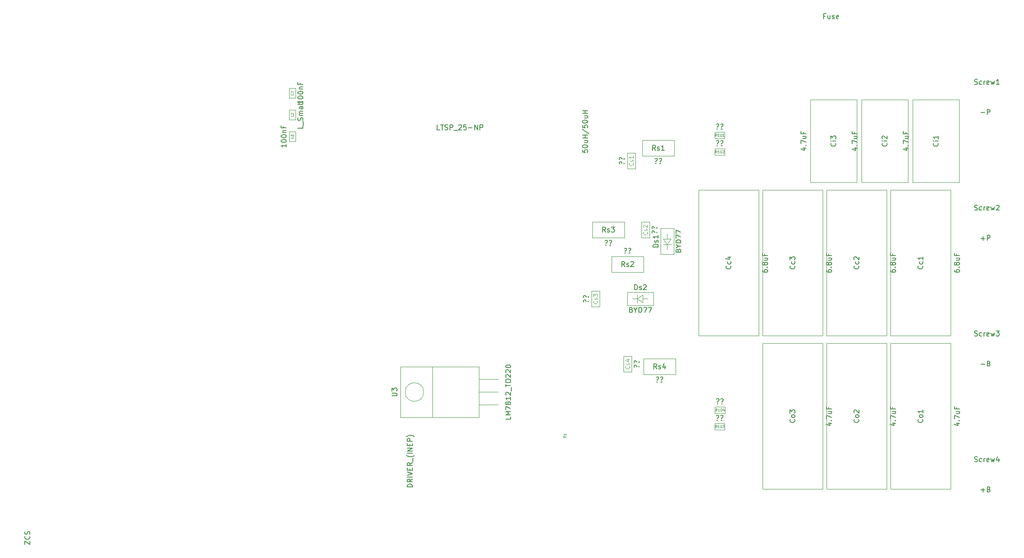
<source format=gbr>
G04 #@! TF.GenerationSoftware,KiCad,Pcbnew,(5.0.0-rc2-39-ga12b9db58)*
G04 #@! TF.CreationDate,2018-05-30T14:35:49-03:00*
G04 #@! TF.ProjectId,Mcc18,4D636331382E6B696361645F70636200,rev?*
G04 #@! TF.SameCoordinates,Original*
G04 #@! TF.FileFunction,Other,Fab,Top*
%FSLAX46Y46*%
G04 Gerber Fmt 4.6, Leading zero omitted, Abs format (unit mm)*
G04 Created by KiCad (PCBNEW (5.0.0-rc2-39-ga12b9db58)) date Wed May 30 14:35:49 2018*
%MOMM*%
%LPD*%
G01*
G04 APERTURE LIST*
%ADD10C,0.100000*%
%ADD11C,0.150000*%
%ADD12C,0.080000*%
%ADD13C,0.120000*%
G04 APERTURE END LIST*
D10*
G04 #@! TO.C,R101*
X186452000Y-64932000D02*
X188452000Y-64932000D01*
X186452000Y-66132000D02*
X186452000Y-64932000D01*
X188452000Y-66132000D02*
X186452000Y-66132000D01*
X188452000Y-64932000D02*
X188452000Y-66132000D01*
G04 #@! TO.C,Cs4*
X169964000Y-109398000D02*
X169964000Y-112598000D01*
X168364000Y-109398000D02*
X169964000Y-109398000D01*
X168364000Y-112598000D02*
X168364000Y-109398000D01*
X169964000Y-112598000D02*
X168364000Y-112598000D01*
G04 #@! TO.C,Cs3*
X162014000Y-96444000D02*
X163614000Y-96444000D01*
X163614000Y-96444000D02*
X163614000Y-99644000D01*
X163614000Y-99644000D02*
X162014000Y-99644000D01*
X162014000Y-99644000D02*
X162014000Y-96444000D01*
G04 #@! TO.C,Cs2*
X173520000Y-82728000D02*
X173520000Y-85928000D01*
X171920000Y-82728000D02*
X173520000Y-82728000D01*
X171920000Y-85928000D02*
X171920000Y-82728000D01*
X173520000Y-85928000D02*
X171920000Y-85928000D01*
G04 #@! TO.C,Cs1*
X169126000Y-69012000D02*
X170726000Y-69012000D01*
X170726000Y-69012000D02*
X170726000Y-72212000D01*
X170726000Y-72212000D02*
X169126000Y-72212000D01*
X169126000Y-72212000D02*
X169126000Y-69012000D01*
G04 #@! TO.C,U3*
X139700000Y-114046000D02*
X143510000Y-114046000D01*
X139700000Y-116586000D02*
X143510000Y-116586000D01*
X139700000Y-119126000D02*
X143510000Y-119126000D01*
X139700000Y-111586000D02*
X139700000Y-121586000D01*
X130450000Y-111586000D02*
X139700000Y-111586000D01*
X130450000Y-121586000D02*
X130450000Y-111586000D01*
X139700000Y-121586000D02*
X130450000Y-121586000D01*
X130450000Y-111586000D02*
X130450000Y-121586000D01*
X124050000Y-111586000D02*
X130450000Y-111586000D01*
X124050000Y-121586000D02*
X124050000Y-111586000D01*
X130450000Y-121586000D02*
X124050000Y-121586000D01*
X128700000Y-116586000D02*
G75*
G03X128700000Y-116586000I-1850000J0D01*
G01*
G04 #@! TO.C,Ci2*
X224818000Y-74932000D02*
X224818000Y-58432000D01*
X215618000Y-74932000D02*
X224818000Y-74932000D01*
X215618000Y-58432000D02*
X215618000Y-74932000D01*
X224818000Y-58432000D02*
X215618000Y-58432000D01*
G04 #@! TO.C,Ci1*
X234978000Y-74932000D02*
X234978000Y-58432000D01*
X225778000Y-74932000D02*
X234978000Y-74932000D01*
X225778000Y-58432000D02*
X225778000Y-74932000D01*
X234978000Y-58432000D02*
X225778000Y-58432000D01*
G04 #@! TO.C,Ci3*
X214658000Y-74932000D02*
X214658000Y-58432000D01*
X205458000Y-74932000D02*
X214658000Y-74932000D01*
X205458000Y-58432000D02*
X205458000Y-74932000D01*
X214658000Y-58432000D02*
X205458000Y-58432000D01*
G04 #@! TO.C,Ds2*
X171054560Y-98045020D02*
X172205180Y-97244920D01*
X171054560Y-98045020D02*
X172205180Y-98794320D01*
X172205180Y-98794320D02*
X172205180Y-97244920D01*
X171054560Y-97244920D02*
X171054560Y-98845120D01*
X172205180Y-98045020D02*
X173203400Y-98045020D01*
X171054560Y-98045020D02*
X170152860Y-98045020D01*
X174304000Y-99344000D02*
X174304000Y-96744000D01*
X169104000Y-99344000D02*
X174304000Y-99344000D01*
X169104000Y-96744000D02*
X169104000Y-99344000D01*
X174304000Y-96744000D02*
X169104000Y-96744000D01*
G04 #@! TO.C,Ds1*
X177039020Y-87263440D02*
X176238920Y-86112820D01*
X177039020Y-87263440D02*
X177788320Y-86112820D01*
X177788320Y-86112820D02*
X176238920Y-86112820D01*
X176238920Y-87263440D02*
X177839120Y-87263440D01*
X177039020Y-86112820D02*
X177039020Y-85114600D01*
X177039020Y-87263440D02*
X177039020Y-88165140D01*
X178338000Y-84014000D02*
X175738000Y-84014000D01*
X178338000Y-89214000D02*
X178338000Y-84014000D01*
X175738000Y-89214000D02*
X178338000Y-89214000D01*
X175738000Y-84014000D02*
X175738000Y-89214000D01*
G04 #@! TO.C,L2*
X103216000Y-60468000D02*
X103216000Y-62468000D01*
X102016000Y-60468000D02*
X103216000Y-60468000D01*
X102016000Y-62468000D02*
X102016000Y-60468000D01*
X103216000Y-62468000D02*
X102016000Y-62468000D01*
G04 #@! TO.C,Rs4*
X178664000Y-113106000D02*
X172364000Y-113106000D01*
X178664000Y-109906000D02*
X178664000Y-113106000D01*
X172364000Y-109906000D02*
X178664000Y-109906000D01*
X172364000Y-113106000D02*
X172364000Y-109906000D01*
G04 #@! TO.C,Rs3*
X168504000Y-85928000D02*
X162204000Y-85928000D01*
X168504000Y-82728000D02*
X168504000Y-85928000D01*
X162204000Y-82728000D02*
X168504000Y-82728000D01*
X162204000Y-85928000D02*
X162204000Y-82728000D01*
G04 #@! TO.C,Rs2*
X166014000Y-89586000D02*
X172314000Y-89586000D01*
X166014000Y-92786000D02*
X166014000Y-89586000D01*
X172314000Y-92786000D02*
X166014000Y-92786000D01*
X172314000Y-89586000D02*
X172314000Y-92786000D01*
G04 #@! TO.C,Rs1*
X178410000Y-69672000D02*
X172110000Y-69672000D01*
X178410000Y-66472000D02*
X178410000Y-69672000D01*
X172110000Y-66472000D02*
X178410000Y-66472000D01*
X172110000Y-69672000D02*
X172110000Y-66472000D01*
G04 #@! TO.C,C6*
X102016000Y-64786000D02*
X103216000Y-64786000D01*
X103216000Y-64786000D02*
X103216000Y-66786000D01*
X103216000Y-66786000D02*
X102016000Y-66786000D01*
X102016000Y-66786000D02*
X102016000Y-64786000D01*
G04 #@! TO.C,C7*
X103216000Y-56150000D02*
X103216000Y-58150000D01*
X102016000Y-56150000D02*
X103216000Y-56150000D01*
X102016000Y-58150000D02*
X102016000Y-56150000D01*
X103216000Y-58150000D02*
X102016000Y-58150000D01*
G04 #@! TO.C,Co2*
X208680000Y-106878000D02*
X208680000Y-135878000D01*
X220580000Y-106878000D02*
X208680000Y-106878000D01*
X220580000Y-135878000D02*
X220580000Y-106878000D01*
X208680000Y-135878000D02*
X220580000Y-135878000D01*
G04 #@! TO.C,Cc1*
X221380000Y-105398000D02*
X233280000Y-105398000D01*
X233280000Y-105398000D02*
X233280000Y-76398000D01*
X233280000Y-76398000D02*
X221380000Y-76398000D01*
X221380000Y-76398000D02*
X221380000Y-105398000D01*
G04 #@! TO.C,Cc2*
X208680000Y-76398000D02*
X208680000Y-105398000D01*
X220580000Y-76398000D02*
X208680000Y-76398000D01*
X220580000Y-105398000D02*
X220580000Y-76398000D01*
X208680000Y-105398000D02*
X220580000Y-105398000D01*
G04 #@! TO.C,Cc3*
X195980000Y-105398000D02*
X207880000Y-105398000D01*
X207880000Y-105398000D02*
X207880000Y-76398000D01*
X207880000Y-76398000D02*
X195980000Y-76398000D01*
X195980000Y-76398000D02*
X195980000Y-105398000D01*
G04 #@! TO.C,Co1*
X221380000Y-106878000D02*
X221380000Y-135878000D01*
X233280000Y-106878000D02*
X221380000Y-106878000D01*
X233280000Y-135878000D02*
X233280000Y-106878000D01*
X221380000Y-135878000D02*
X233280000Y-135878000D01*
G04 #@! TO.C,Cc4*
X183280000Y-105398000D02*
X195180000Y-105398000D01*
X195180000Y-105398000D02*
X195180000Y-76398000D01*
X195180000Y-76398000D02*
X183280000Y-76398000D01*
X183280000Y-76398000D02*
X183280000Y-105398000D01*
G04 #@! TO.C,Co3*
X195980000Y-106878000D02*
X195980000Y-135878000D01*
X207880000Y-106878000D02*
X195980000Y-106878000D01*
X207880000Y-135878000D02*
X207880000Y-106878000D01*
X195980000Y-135878000D02*
X207880000Y-135878000D01*
G04 #@! TO.C,R102*
X188452000Y-68234000D02*
X188452000Y-69434000D01*
X188452000Y-69434000D02*
X186452000Y-69434000D01*
X186452000Y-69434000D02*
X186452000Y-68234000D01*
X186452000Y-68234000D02*
X188452000Y-68234000D01*
G04 #@! TO.C,R103*
X186452000Y-122844000D02*
X188452000Y-122844000D01*
X186452000Y-124044000D02*
X186452000Y-122844000D01*
X188452000Y-124044000D02*
X186452000Y-124044000D01*
X188452000Y-122844000D02*
X188452000Y-124044000D01*
G04 #@! TO.C,R104*
X188500500Y-119542000D02*
X188500500Y-120742000D01*
X188500500Y-120742000D02*
X186500500Y-120742000D01*
X186500500Y-120742000D02*
X186500500Y-119542000D01*
X186500500Y-119542000D02*
X188500500Y-119542000D01*
G04 #@! TD*
G04 #@! TO.C,U1*
D11*
X131866190Y-64452380D02*
X131390000Y-64452380D01*
X131390000Y-63452380D01*
X132056666Y-63452380D02*
X132628095Y-63452380D01*
X132342380Y-64452380D02*
X132342380Y-63452380D01*
X132913809Y-64404761D02*
X133056666Y-64452380D01*
X133294761Y-64452380D01*
X133390000Y-64404761D01*
X133437619Y-64357142D01*
X133485238Y-64261904D01*
X133485238Y-64166666D01*
X133437619Y-64071428D01*
X133390000Y-64023809D01*
X133294761Y-63976190D01*
X133104285Y-63928571D01*
X133009047Y-63880952D01*
X132961428Y-63833333D01*
X132913809Y-63738095D01*
X132913809Y-63642857D01*
X132961428Y-63547619D01*
X133009047Y-63500000D01*
X133104285Y-63452380D01*
X133342380Y-63452380D01*
X133485238Y-63500000D01*
X133913809Y-64452380D02*
X133913809Y-63452380D01*
X134294761Y-63452380D01*
X134390000Y-63500000D01*
X134437619Y-63547619D01*
X134485238Y-63642857D01*
X134485238Y-63785714D01*
X134437619Y-63880952D01*
X134390000Y-63928571D01*
X134294761Y-63976190D01*
X133913809Y-63976190D01*
X134675714Y-64547619D02*
X135437619Y-64547619D01*
X135628095Y-63547619D02*
X135675714Y-63500000D01*
X135770952Y-63452380D01*
X136009047Y-63452380D01*
X136104285Y-63500000D01*
X136151904Y-63547619D01*
X136199523Y-63642857D01*
X136199523Y-63738095D01*
X136151904Y-63880952D01*
X135580476Y-64452380D01*
X136199523Y-64452380D01*
X137104285Y-63452380D02*
X136628095Y-63452380D01*
X136580476Y-63928571D01*
X136628095Y-63880952D01*
X136723333Y-63833333D01*
X136961428Y-63833333D01*
X137056666Y-63880952D01*
X137104285Y-63928571D01*
X137151904Y-64023809D01*
X137151904Y-64261904D01*
X137104285Y-64357142D01*
X137056666Y-64404761D01*
X136961428Y-64452380D01*
X136723333Y-64452380D01*
X136628095Y-64404761D01*
X136580476Y-64357142D01*
X137580476Y-64071428D02*
X138342380Y-64071428D01*
X138818571Y-64452380D02*
X138818571Y-63452380D01*
X139390000Y-64452380D01*
X139390000Y-63452380D01*
X139866190Y-64452380D02*
X139866190Y-63452380D01*
X140247142Y-63452380D01*
X140342380Y-63500000D01*
X140390000Y-63547619D01*
X140437619Y-63642857D01*
X140437619Y-63785714D01*
X140390000Y-63880952D01*
X140342380Y-63928571D01*
X140247142Y-63976190D01*
X139866190Y-63976190D01*
G04 #@! TO.C,R101*
X186975809Y-64239142D02*
X187023428Y-64286761D01*
X186975809Y-64334380D01*
X186928190Y-64286761D01*
X186975809Y-64239142D01*
X186975809Y-64334380D01*
X186785333Y-63382000D02*
X186880571Y-63334380D01*
X187118666Y-63334380D01*
X187213904Y-63382000D01*
X187261523Y-63477238D01*
X187261523Y-63572476D01*
X187213904Y-63667714D01*
X187166285Y-63715333D01*
X187071047Y-63762952D01*
X187023428Y-63810571D01*
X186975809Y-63905809D01*
X186975809Y-63953428D01*
X187832952Y-64239142D02*
X187880571Y-64286761D01*
X187832952Y-64334380D01*
X187785333Y-64286761D01*
X187832952Y-64239142D01*
X187832952Y-64334380D01*
X187642476Y-63382000D02*
X187737714Y-63334380D01*
X187975809Y-63334380D01*
X188071047Y-63382000D01*
X188118666Y-63477238D01*
X188118666Y-63572476D01*
X188071047Y-63667714D01*
X188023428Y-63715333D01*
X187928190Y-63762952D01*
X187880571Y-63810571D01*
X187832952Y-63905809D01*
X187832952Y-63953428D01*
D12*
X186892476Y-65758190D02*
X186725809Y-65520095D01*
X186606761Y-65758190D02*
X186606761Y-65258190D01*
X186797238Y-65258190D01*
X186844857Y-65282000D01*
X186868666Y-65305809D01*
X186892476Y-65353428D01*
X186892476Y-65424857D01*
X186868666Y-65472476D01*
X186844857Y-65496285D01*
X186797238Y-65520095D01*
X186606761Y-65520095D01*
X187368666Y-65758190D02*
X187082952Y-65758190D01*
X187225809Y-65758190D02*
X187225809Y-65258190D01*
X187178190Y-65329619D01*
X187130571Y-65377238D01*
X187082952Y-65401047D01*
X187678190Y-65258190D02*
X187725809Y-65258190D01*
X187773428Y-65282000D01*
X187797238Y-65305809D01*
X187821047Y-65353428D01*
X187844857Y-65448666D01*
X187844857Y-65567714D01*
X187821047Y-65662952D01*
X187797238Y-65710571D01*
X187773428Y-65734380D01*
X187725809Y-65758190D01*
X187678190Y-65758190D01*
X187630571Y-65734380D01*
X187606761Y-65710571D01*
X187582952Y-65662952D01*
X187559142Y-65567714D01*
X187559142Y-65448666D01*
X187582952Y-65353428D01*
X187606761Y-65305809D01*
X187630571Y-65282000D01*
X187678190Y-65258190D01*
X188321047Y-65758190D02*
X188035333Y-65758190D01*
X188178190Y-65758190D02*
X188178190Y-65258190D01*
X188130571Y-65329619D01*
X188082952Y-65377238D01*
X188035333Y-65401047D01*
G04 #@! TO.C,U2*
D11*
X126444380Y-135444857D02*
X125444380Y-135444857D01*
X125444380Y-135206761D01*
X125492000Y-135063904D01*
X125587238Y-134968666D01*
X125682476Y-134921047D01*
X125872952Y-134873428D01*
X126015809Y-134873428D01*
X126206285Y-134921047D01*
X126301523Y-134968666D01*
X126396761Y-135063904D01*
X126444380Y-135206761D01*
X126444380Y-135444857D01*
X126444380Y-133873428D02*
X125968190Y-134206761D01*
X126444380Y-134444857D02*
X125444380Y-134444857D01*
X125444380Y-134063904D01*
X125492000Y-133968666D01*
X125539619Y-133921047D01*
X125634857Y-133873428D01*
X125777714Y-133873428D01*
X125872952Y-133921047D01*
X125920571Y-133968666D01*
X125968190Y-134063904D01*
X125968190Y-134444857D01*
X126444380Y-133444857D02*
X125444380Y-133444857D01*
X125444380Y-133111523D02*
X126444380Y-132778190D01*
X125444380Y-132444857D01*
X125920571Y-132111523D02*
X125920571Y-131778190D01*
X126444380Y-131635333D02*
X126444380Y-132111523D01*
X125444380Y-132111523D01*
X125444380Y-131635333D01*
X126444380Y-130635333D02*
X125968190Y-130968666D01*
X126444380Y-131206761D02*
X125444380Y-131206761D01*
X125444380Y-130825809D01*
X125492000Y-130730571D01*
X125539619Y-130682952D01*
X125634857Y-130635333D01*
X125777714Y-130635333D01*
X125872952Y-130682952D01*
X125920571Y-130730571D01*
X125968190Y-130825809D01*
X125968190Y-131206761D01*
X126539619Y-130444857D02*
X126539619Y-129682952D01*
X126825333Y-129159142D02*
X126777714Y-129206761D01*
X126634857Y-129302000D01*
X126539619Y-129349619D01*
X126396761Y-129397238D01*
X126158666Y-129444857D01*
X125968190Y-129444857D01*
X125730095Y-129397238D01*
X125587238Y-129349619D01*
X125492000Y-129302000D01*
X125349142Y-129206761D01*
X125301523Y-129159142D01*
X126444380Y-128778190D02*
X125444380Y-128778190D01*
X126444380Y-128302000D02*
X125444380Y-128302000D01*
X126444380Y-127730571D01*
X125444380Y-127730571D01*
X125920571Y-127254380D02*
X125920571Y-126921047D01*
X126444380Y-126778190D02*
X126444380Y-127254380D01*
X125444380Y-127254380D01*
X125444380Y-126778190D01*
X126444380Y-126349619D02*
X125444380Y-126349619D01*
X125444380Y-125968666D01*
X125492000Y-125873428D01*
X125539619Y-125825809D01*
X125634857Y-125778190D01*
X125777714Y-125778190D01*
X125872952Y-125825809D01*
X125920571Y-125873428D01*
X125968190Y-125968666D01*
X125968190Y-126349619D01*
X126825333Y-125444857D02*
X126777714Y-125397238D01*
X126634857Y-125302000D01*
X126539619Y-125254380D01*
X126396761Y-125206761D01*
X126158666Y-125159142D01*
X125968190Y-125159142D01*
X125730095Y-125206761D01*
X125587238Y-125254380D01*
X125492000Y-125302000D01*
X125349142Y-125397238D01*
X125301523Y-125444857D01*
G04 #@! TO.C,L1*
X160226380Y-68436666D02*
X160226380Y-68912857D01*
X160702571Y-68960476D01*
X160654952Y-68912857D01*
X160607333Y-68817619D01*
X160607333Y-68579523D01*
X160654952Y-68484285D01*
X160702571Y-68436666D01*
X160797809Y-68389047D01*
X161035904Y-68389047D01*
X161131142Y-68436666D01*
X161178761Y-68484285D01*
X161226380Y-68579523D01*
X161226380Y-68817619D01*
X161178761Y-68912857D01*
X161131142Y-68960476D01*
X160226380Y-67770000D02*
X160226380Y-67674761D01*
X160274000Y-67579523D01*
X160321619Y-67531904D01*
X160416857Y-67484285D01*
X160607333Y-67436666D01*
X160845428Y-67436666D01*
X161035904Y-67484285D01*
X161131142Y-67531904D01*
X161178761Y-67579523D01*
X161226380Y-67674761D01*
X161226380Y-67770000D01*
X161178761Y-67865238D01*
X161131142Y-67912857D01*
X161035904Y-67960476D01*
X160845428Y-68008095D01*
X160607333Y-68008095D01*
X160416857Y-67960476D01*
X160321619Y-67912857D01*
X160274000Y-67865238D01*
X160226380Y-67770000D01*
X160559714Y-66579523D02*
X161226380Y-66579523D01*
X160559714Y-67008095D02*
X161083523Y-67008095D01*
X161178761Y-66960476D01*
X161226380Y-66865238D01*
X161226380Y-66722380D01*
X161178761Y-66627142D01*
X161131142Y-66579523D01*
X161226380Y-66103333D02*
X160226380Y-66103333D01*
X160702571Y-66103333D02*
X160702571Y-65531904D01*
X161226380Y-65531904D02*
X160226380Y-65531904D01*
X160178761Y-64341428D02*
X161464476Y-65198571D01*
X160226380Y-63531904D02*
X160226380Y-64008095D01*
X160702571Y-64055714D01*
X160654952Y-64008095D01*
X160607333Y-63912857D01*
X160607333Y-63674761D01*
X160654952Y-63579523D01*
X160702571Y-63531904D01*
X160797809Y-63484285D01*
X161035904Y-63484285D01*
X161131142Y-63531904D01*
X161178761Y-63579523D01*
X161226380Y-63674761D01*
X161226380Y-63912857D01*
X161178761Y-64008095D01*
X161131142Y-64055714D01*
X160226380Y-62865238D02*
X160226380Y-62770000D01*
X160274000Y-62674761D01*
X160321619Y-62627142D01*
X160416857Y-62579523D01*
X160607333Y-62531904D01*
X160845428Y-62531904D01*
X161035904Y-62579523D01*
X161131142Y-62627142D01*
X161178761Y-62674761D01*
X161226380Y-62770000D01*
X161226380Y-62865238D01*
X161178761Y-62960476D01*
X161131142Y-63008095D01*
X161035904Y-63055714D01*
X160845428Y-63103333D01*
X160607333Y-63103333D01*
X160416857Y-63055714D01*
X160321619Y-63008095D01*
X160274000Y-62960476D01*
X160226380Y-62865238D01*
X160559714Y-61674761D02*
X161226380Y-61674761D01*
X160559714Y-62103333D02*
X161083523Y-62103333D01*
X161178761Y-62055714D01*
X161226380Y-61960476D01*
X161226380Y-61817619D01*
X161178761Y-61722380D01*
X161131142Y-61674761D01*
X161226380Y-61198571D02*
X160226380Y-61198571D01*
X160702571Y-61198571D02*
X160702571Y-60627142D01*
X161226380Y-60627142D02*
X160226380Y-60627142D01*
G04 #@! TO.C,U5*
X49498380Y-146851523D02*
X49498380Y-146184857D01*
X50498380Y-146851523D01*
X50498380Y-146184857D01*
X50403142Y-145232476D02*
X50450761Y-145280095D01*
X50498380Y-145422952D01*
X50498380Y-145518190D01*
X50450761Y-145661047D01*
X50355523Y-145756285D01*
X50260285Y-145803904D01*
X50069809Y-145851523D01*
X49926952Y-145851523D01*
X49736476Y-145803904D01*
X49641238Y-145756285D01*
X49546000Y-145661047D01*
X49498380Y-145518190D01*
X49498380Y-145422952D01*
X49546000Y-145280095D01*
X49593619Y-145232476D01*
X50450761Y-144851523D02*
X50498380Y-144708666D01*
X50498380Y-144470571D01*
X50450761Y-144375333D01*
X50403142Y-144327714D01*
X50307904Y-144280095D01*
X50212666Y-144280095D01*
X50117428Y-144327714D01*
X50069809Y-144375333D01*
X50022190Y-144470571D01*
X49974571Y-144661047D01*
X49926952Y-144756285D01*
X49879333Y-144803904D01*
X49784095Y-144851523D01*
X49688857Y-144851523D01*
X49593619Y-144803904D01*
X49546000Y-144756285D01*
X49498380Y-144661047D01*
X49498380Y-144422952D01*
X49546000Y-144280095D01*
G04 #@! TO.C,Cs4*
X171371142Y-111474190D02*
X171418761Y-111426571D01*
X171466380Y-111474190D01*
X171418761Y-111521809D01*
X171371142Y-111474190D01*
X171466380Y-111474190D01*
X170514000Y-111664666D02*
X170466380Y-111569428D01*
X170466380Y-111331333D01*
X170514000Y-111236095D01*
X170609238Y-111188476D01*
X170704476Y-111188476D01*
X170799714Y-111236095D01*
X170847333Y-111283714D01*
X170894952Y-111378952D01*
X170942571Y-111426571D01*
X171037809Y-111474190D01*
X171085428Y-111474190D01*
X171371142Y-110617047D02*
X171418761Y-110569428D01*
X171466380Y-110617047D01*
X171418761Y-110664666D01*
X171371142Y-110617047D01*
X171466380Y-110617047D01*
X170514000Y-110807523D02*
X170466380Y-110712285D01*
X170466380Y-110474190D01*
X170514000Y-110378952D01*
X170609238Y-110331333D01*
X170704476Y-110331333D01*
X170799714Y-110378952D01*
X170847333Y-110426571D01*
X170894952Y-110521809D01*
X170942571Y-110569428D01*
X171037809Y-110617047D01*
X171085428Y-110617047D01*
D13*
X169449714Y-111455142D02*
X169487809Y-111493238D01*
X169525904Y-111607523D01*
X169525904Y-111683714D01*
X169487809Y-111798000D01*
X169411619Y-111874190D01*
X169335428Y-111912285D01*
X169183047Y-111950380D01*
X169068761Y-111950380D01*
X168916380Y-111912285D01*
X168840190Y-111874190D01*
X168764000Y-111798000D01*
X168725904Y-111683714D01*
X168725904Y-111607523D01*
X168764000Y-111493238D01*
X168802095Y-111455142D01*
X169487809Y-111150380D02*
X169525904Y-111074190D01*
X169525904Y-110921809D01*
X169487809Y-110845619D01*
X169411619Y-110807523D01*
X169373523Y-110807523D01*
X169297333Y-110845619D01*
X169259238Y-110921809D01*
X169259238Y-111036095D01*
X169221142Y-111112285D01*
X169144952Y-111150380D01*
X169106857Y-111150380D01*
X169030666Y-111112285D01*
X168992571Y-111036095D01*
X168992571Y-110921809D01*
X169030666Y-110845619D01*
X168992571Y-110121809D02*
X169525904Y-110121809D01*
X168687809Y-110312285D02*
X169259238Y-110502761D01*
X169259238Y-110007523D01*
G04 #@! TO.C,Cs3*
D11*
X161321142Y-98520190D02*
X161368761Y-98472571D01*
X161416380Y-98520190D01*
X161368761Y-98567809D01*
X161321142Y-98520190D01*
X161416380Y-98520190D01*
X160464000Y-98710666D02*
X160416380Y-98615428D01*
X160416380Y-98377333D01*
X160464000Y-98282095D01*
X160559238Y-98234476D01*
X160654476Y-98234476D01*
X160749714Y-98282095D01*
X160797333Y-98329714D01*
X160844952Y-98424952D01*
X160892571Y-98472571D01*
X160987809Y-98520190D01*
X161035428Y-98520190D01*
X161321142Y-97663047D02*
X161368761Y-97615428D01*
X161416380Y-97663047D01*
X161368761Y-97710666D01*
X161321142Y-97663047D01*
X161416380Y-97663047D01*
X160464000Y-97853523D02*
X160416380Y-97758285D01*
X160416380Y-97520190D01*
X160464000Y-97424952D01*
X160559238Y-97377333D01*
X160654476Y-97377333D01*
X160749714Y-97424952D01*
X160797333Y-97472571D01*
X160844952Y-97567809D01*
X160892571Y-97615428D01*
X160987809Y-97663047D01*
X161035428Y-97663047D01*
D13*
X163099714Y-98501142D02*
X163137809Y-98539238D01*
X163175904Y-98653523D01*
X163175904Y-98729714D01*
X163137809Y-98844000D01*
X163061619Y-98920190D01*
X162985428Y-98958285D01*
X162833047Y-98996380D01*
X162718761Y-98996380D01*
X162566380Y-98958285D01*
X162490190Y-98920190D01*
X162414000Y-98844000D01*
X162375904Y-98729714D01*
X162375904Y-98653523D01*
X162414000Y-98539238D01*
X162452095Y-98501142D01*
X163137809Y-98196380D02*
X163175904Y-98120190D01*
X163175904Y-97967809D01*
X163137809Y-97891619D01*
X163061619Y-97853523D01*
X163023523Y-97853523D01*
X162947333Y-97891619D01*
X162909238Y-97967809D01*
X162909238Y-98082095D01*
X162871142Y-98158285D01*
X162794952Y-98196380D01*
X162756857Y-98196380D01*
X162680666Y-98158285D01*
X162642571Y-98082095D01*
X162642571Y-97967809D01*
X162680666Y-97891619D01*
X162375904Y-97586857D02*
X162375904Y-97091619D01*
X162680666Y-97358285D01*
X162680666Y-97244000D01*
X162718761Y-97167809D01*
X162756857Y-97129714D01*
X162833047Y-97091619D01*
X163023523Y-97091619D01*
X163099714Y-97129714D01*
X163137809Y-97167809D01*
X163175904Y-97244000D01*
X163175904Y-97472571D01*
X163137809Y-97548761D01*
X163099714Y-97586857D01*
G04 #@! TO.C,Cs2*
D11*
X174927142Y-84804190D02*
X174974761Y-84756571D01*
X175022380Y-84804190D01*
X174974761Y-84851809D01*
X174927142Y-84804190D01*
X175022380Y-84804190D01*
X174070000Y-84994666D02*
X174022380Y-84899428D01*
X174022380Y-84661333D01*
X174070000Y-84566095D01*
X174165238Y-84518476D01*
X174260476Y-84518476D01*
X174355714Y-84566095D01*
X174403333Y-84613714D01*
X174450952Y-84708952D01*
X174498571Y-84756571D01*
X174593809Y-84804190D01*
X174641428Y-84804190D01*
X174927142Y-83947047D02*
X174974761Y-83899428D01*
X175022380Y-83947047D01*
X174974761Y-83994666D01*
X174927142Y-83947047D01*
X175022380Y-83947047D01*
X174070000Y-84137523D02*
X174022380Y-84042285D01*
X174022380Y-83804190D01*
X174070000Y-83708952D01*
X174165238Y-83661333D01*
X174260476Y-83661333D01*
X174355714Y-83708952D01*
X174403333Y-83756571D01*
X174450952Y-83851809D01*
X174498571Y-83899428D01*
X174593809Y-83947047D01*
X174641428Y-83947047D01*
D13*
X173005714Y-84785142D02*
X173043809Y-84823238D01*
X173081904Y-84937523D01*
X173081904Y-85013714D01*
X173043809Y-85128000D01*
X172967619Y-85204190D01*
X172891428Y-85242285D01*
X172739047Y-85280380D01*
X172624761Y-85280380D01*
X172472380Y-85242285D01*
X172396190Y-85204190D01*
X172320000Y-85128000D01*
X172281904Y-85013714D01*
X172281904Y-84937523D01*
X172320000Y-84823238D01*
X172358095Y-84785142D01*
X173043809Y-84480380D02*
X173081904Y-84404190D01*
X173081904Y-84251809D01*
X173043809Y-84175619D01*
X172967619Y-84137523D01*
X172929523Y-84137523D01*
X172853333Y-84175619D01*
X172815238Y-84251809D01*
X172815238Y-84366095D01*
X172777142Y-84442285D01*
X172700952Y-84480380D01*
X172662857Y-84480380D01*
X172586666Y-84442285D01*
X172548571Y-84366095D01*
X172548571Y-84251809D01*
X172586666Y-84175619D01*
X172358095Y-83832761D02*
X172320000Y-83794666D01*
X172281904Y-83718476D01*
X172281904Y-83528000D01*
X172320000Y-83451809D01*
X172358095Y-83413714D01*
X172434285Y-83375619D01*
X172510476Y-83375619D01*
X172624761Y-83413714D01*
X173081904Y-83870857D01*
X173081904Y-83375619D01*
G04 #@! TO.C,Cs1*
D11*
X168433142Y-71088190D02*
X168480761Y-71040571D01*
X168528380Y-71088190D01*
X168480761Y-71135809D01*
X168433142Y-71088190D01*
X168528380Y-71088190D01*
X167576000Y-71278666D02*
X167528380Y-71183428D01*
X167528380Y-70945333D01*
X167576000Y-70850095D01*
X167671238Y-70802476D01*
X167766476Y-70802476D01*
X167861714Y-70850095D01*
X167909333Y-70897714D01*
X167956952Y-70992952D01*
X168004571Y-71040571D01*
X168099809Y-71088190D01*
X168147428Y-71088190D01*
X168433142Y-70231047D02*
X168480761Y-70183428D01*
X168528380Y-70231047D01*
X168480761Y-70278666D01*
X168433142Y-70231047D01*
X168528380Y-70231047D01*
X167576000Y-70421523D02*
X167528380Y-70326285D01*
X167528380Y-70088190D01*
X167576000Y-69992952D01*
X167671238Y-69945333D01*
X167766476Y-69945333D01*
X167861714Y-69992952D01*
X167909333Y-70040571D01*
X167956952Y-70135809D01*
X168004571Y-70183428D01*
X168099809Y-70231047D01*
X168147428Y-70231047D01*
D13*
X170211714Y-71069142D02*
X170249809Y-71107238D01*
X170287904Y-71221523D01*
X170287904Y-71297714D01*
X170249809Y-71412000D01*
X170173619Y-71488190D01*
X170097428Y-71526285D01*
X169945047Y-71564380D01*
X169830761Y-71564380D01*
X169678380Y-71526285D01*
X169602190Y-71488190D01*
X169526000Y-71412000D01*
X169487904Y-71297714D01*
X169487904Y-71221523D01*
X169526000Y-71107238D01*
X169564095Y-71069142D01*
X170249809Y-70764380D02*
X170287904Y-70688190D01*
X170287904Y-70535809D01*
X170249809Y-70459619D01*
X170173619Y-70421523D01*
X170135523Y-70421523D01*
X170059333Y-70459619D01*
X170021238Y-70535809D01*
X170021238Y-70650095D01*
X169983142Y-70726285D01*
X169906952Y-70764380D01*
X169868857Y-70764380D01*
X169792666Y-70726285D01*
X169754571Y-70650095D01*
X169754571Y-70535809D01*
X169792666Y-70459619D01*
X170287904Y-69659619D02*
X170287904Y-70116761D01*
X170287904Y-69888190D02*
X169487904Y-69888190D01*
X169602190Y-69964380D01*
X169678380Y-70040571D01*
X169716476Y-70116761D01*
G04 #@! TO.C,U3*
D11*
X145962380Y-121466952D02*
X145962380Y-121943142D01*
X144962380Y-121943142D01*
X145962380Y-121133619D02*
X144962380Y-121133619D01*
X145676666Y-120800285D01*
X144962380Y-120466952D01*
X145962380Y-120466952D01*
X144962380Y-120086000D02*
X144962380Y-119419333D01*
X145962380Y-119847904D01*
X145390952Y-118895523D02*
X145343333Y-118990761D01*
X145295714Y-119038380D01*
X145200476Y-119086000D01*
X145152857Y-119086000D01*
X145057619Y-119038380D01*
X145010000Y-118990761D01*
X144962380Y-118895523D01*
X144962380Y-118705047D01*
X145010000Y-118609809D01*
X145057619Y-118562190D01*
X145152857Y-118514571D01*
X145200476Y-118514571D01*
X145295714Y-118562190D01*
X145343333Y-118609809D01*
X145390952Y-118705047D01*
X145390952Y-118895523D01*
X145438571Y-118990761D01*
X145486190Y-119038380D01*
X145581428Y-119086000D01*
X145771904Y-119086000D01*
X145867142Y-119038380D01*
X145914761Y-118990761D01*
X145962380Y-118895523D01*
X145962380Y-118705047D01*
X145914761Y-118609809D01*
X145867142Y-118562190D01*
X145771904Y-118514571D01*
X145581428Y-118514571D01*
X145486190Y-118562190D01*
X145438571Y-118609809D01*
X145390952Y-118705047D01*
X145962380Y-117562190D02*
X145962380Y-118133619D01*
X145962380Y-117847904D02*
X144962380Y-117847904D01*
X145105238Y-117943142D01*
X145200476Y-118038380D01*
X145248095Y-118133619D01*
X145057619Y-117181238D02*
X145010000Y-117133619D01*
X144962380Y-117038380D01*
X144962380Y-116800285D01*
X145010000Y-116705047D01*
X145057619Y-116657428D01*
X145152857Y-116609809D01*
X145248095Y-116609809D01*
X145390952Y-116657428D01*
X145962380Y-117228857D01*
X145962380Y-116609809D01*
X146057619Y-116419333D02*
X146057619Y-115657428D01*
X144962380Y-115562190D02*
X144962380Y-114990761D01*
X145962380Y-115276476D02*
X144962380Y-115276476D01*
X144962380Y-114466952D02*
X144962380Y-114276476D01*
X145010000Y-114181238D01*
X145105238Y-114086000D01*
X145295714Y-114038380D01*
X145629047Y-114038380D01*
X145819523Y-114086000D01*
X145914761Y-114181238D01*
X145962380Y-114276476D01*
X145962380Y-114466952D01*
X145914761Y-114562190D01*
X145819523Y-114657428D01*
X145629047Y-114705047D01*
X145295714Y-114705047D01*
X145105238Y-114657428D01*
X145010000Y-114562190D01*
X144962380Y-114466952D01*
X145057619Y-113657428D02*
X145010000Y-113609809D01*
X144962380Y-113514571D01*
X144962380Y-113276476D01*
X145010000Y-113181238D01*
X145057619Y-113133619D01*
X145152857Y-113086000D01*
X145248095Y-113086000D01*
X145390952Y-113133619D01*
X145962380Y-113705047D01*
X145962380Y-113086000D01*
X145057619Y-112705047D02*
X145010000Y-112657428D01*
X144962380Y-112562190D01*
X144962380Y-112324095D01*
X145010000Y-112228857D01*
X145057619Y-112181238D01*
X145152857Y-112133619D01*
X145248095Y-112133619D01*
X145390952Y-112181238D01*
X145962380Y-112752666D01*
X145962380Y-112133619D01*
X144962380Y-111514571D02*
X144962380Y-111419333D01*
X145010000Y-111324095D01*
X145057619Y-111276476D01*
X145152857Y-111228857D01*
X145343333Y-111181238D01*
X145581428Y-111181238D01*
X145771904Y-111228857D01*
X145867142Y-111276476D01*
X145914761Y-111324095D01*
X145962380Y-111419333D01*
X145962380Y-111514571D01*
X145914761Y-111609809D01*
X145867142Y-111657428D01*
X145771904Y-111705047D01*
X145581428Y-111752666D01*
X145343333Y-111752666D01*
X145152857Y-111705047D01*
X145057619Y-111657428D01*
X145010000Y-111609809D01*
X144962380Y-111514571D01*
X122382380Y-117347904D02*
X123191904Y-117347904D01*
X123287142Y-117300285D01*
X123334761Y-117252666D01*
X123382380Y-117157428D01*
X123382380Y-116966952D01*
X123334761Y-116871714D01*
X123287142Y-116824095D01*
X123191904Y-116776476D01*
X122382380Y-116776476D01*
X122382380Y-116395523D02*
X122382380Y-115776476D01*
X122763333Y-116109809D01*
X122763333Y-115966952D01*
X122810952Y-115871714D01*
X122858571Y-115824095D01*
X122953809Y-115776476D01*
X123191904Y-115776476D01*
X123287142Y-115824095D01*
X123334761Y-115871714D01*
X123382380Y-115966952D01*
X123382380Y-116252666D01*
X123334761Y-116347904D01*
X123287142Y-116395523D01*
G04 #@! TO.C,Ci2*
X214093714Y-68086761D02*
X214760380Y-68086761D01*
X213712761Y-68324857D02*
X214427047Y-68562952D01*
X214427047Y-67943904D01*
X214665142Y-67562952D02*
X214712761Y-67515333D01*
X214760380Y-67562952D01*
X214712761Y-67610571D01*
X214665142Y-67562952D01*
X214760380Y-67562952D01*
X213760380Y-67182000D02*
X213760380Y-66515333D01*
X214760380Y-66943904D01*
X214093714Y-65705809D02*
X214760380Y-65705809D01*
X214093714Y-66134380D02*
X214617523Y-66134380D01*
X214712761Y-66086761D01*
X214760380Y-65991523D01*
X214760380Y-65848666D01*
X214712761Y-65753428D01*
X214665142Y-65705809D01*
X214236571Y-64896285D02*
X214236571Y-65229619D01*
X214760380Y-65229619D02*
X213760380Y-65229619D01*
X213760380Y-64753428D01*
X220575142Y-67086761D02*
X220622761Y-67134380D01*
X220670380Y-67277238D01*
X220670380Y-67372476D01*
X220622761Y-67515333D01*
X220527523Y-67610571D01*
X220432285Y-67658190D01*
X220241809Y-67705809D01*
X220098952Y-67705809D01*
X219908476Y-67658190D01*
X219813238Y-67610571D01*
X219718000Y-67515333D01*
X219670380Y-67372476D01*
X219670380Y-67277238D01*
X219718000Y-67134380D01*
X219765619Y-67086761D01*
X220670380Y-66658190D02*
X220003714Y-66658190D01*
X219670380Y-66658190D02*
X219718000Y-66705809D01*
X219765619Y-66658190D01*
X219718000Y-66610571D01*
X219670380Y-66658190D01*
X219765619Y-66658190D01*
X219765619Y-66229619D02*
X219718000Y-66182000D01*
X219670380Y-66086761D01*
X219670380Y-65848666D01*
X219718000Y-65753428D01*
X219765619Y-65705809D01*
X219860857Y-65658190D01*
X219956095Y-65658190D01*
X220098952Y-65705809D01*
X220670380Y-66277238D01*
X220670380Y-65658190D01*
G04 #@! TO.C,Ci1*
X224253714Y-68086761D02*
X224920380Y-68086761D01*
X223872761Y-68324857D02*
X224587047Y-68562952D01*
X224587047Y-67943904D01*
X224825142Y-67562952D02*
X224872761Y-67515333D01*
X224920380Y-67562952D01*
X224872761Y-67610571D01*
X224825142Y-67562952D01*
X224920380Y-67562952D01*
X223920380Y-67182000D02*
X223920380Y-66515333D01*
X224920380Y-66943904D01*
X224253714Y-65705809D02*
X224920380Y-65705809D01*
X224253714Y-66134380D02*
X224777523Y-66134380D01*
X224872761Y-66086761D01*
X224920380Y-65991523D01*
X224920380Y-65848666D01*
X224872761Y-65753428D01*
X224825142Y-65705809D01*
X224396571Y-64896285D02*
X224396571Y-65229619D01*
X224920380Y-65229619D02*
X223920380Y-65229619D01*
X223920380Y-64753428D01*
X230735142Y-67086761D02*
X230782761Y-67134380D01*
X230830380Y-67277238D01*
X230830380Y-67372476D01*
X230782761Y-67515333D01*
X230687523Y-67610571D01*
X230592285Y-67658190D01*
X230401809Y-67705809D01*
X230258952Y-67705809D01*
X230068476Y-67658190D01*
X229973238Y-67610571D01*
X229878000Y-67515333D01*
X229830380Y-67372476D01*
X229830380Y-67277238D01*
X229878000Y-67134380D01*
X229925619Y-67086761D01*
X230830380Y-66658190D02*
X230163714Y-66658190D01*
X229830380Y-66658190D02*
X229878000Y-66705809D01*
X229925619Y-66658190D01*
X229878000Y-66610571D01*
X229830380Y-66658190D01*
X229925619Y-66658190D01*
X230830380Y-65658190D02*
X230830380Y-66229619D01*
X230830380Y-65943904D02*
X229830380Y-65943904D01*
X229973238Y-66039142D01*
X230068476Y-66134380D01*
X230116095Y-66229619D01*
G04 #@! TO.C,Ci3*
X203933714Y-68086761D02*
X204600380Y-68086761D01*
X203552761Y-68324857D02*
X204267047Y-68562952D01*
X204267047Y-67943904D01*
X204505142Y-67562952D02*
X204552761Y-67515333D01*
X204600380Y-67562952D01*
X204552761Y-67610571D01*
X204505142Y-67562952D01*
X204600380Y-67562952D01*
X203600380Y-67182000D02*
X203600380Y-66515333D01*
X204600380Y-66943904D01*
X203933714Y-65705809D02*
X204600380Y-65705809D01*
X203933714Y-66134380D02*
X204457523Y-66134380D01*
X204552761Y-66086761D01*
X204600380Y-65991523D01*
X204600380Y-65848666D01*
X204552761Y-65753428D01*
X204505142Y-65705809D01*
X204076571Y-64896285D02*
X204076571Y-65229619D01*
X204600380Y-65229619D02*
X203600380Y-65229619D01*
X203600380Y-64753428D01*
X210415142Y-67086761D02*
X210462761Y-67134380D01*
X210510380Y-67277238D01*
X210510380Y-67372476D01*
X210462761Y-67515333D01*
X210367523Y-67610571D01*
X210272285Y-67658190D01*
X210081809Y-67705809D01*
X209938952Y-67705809D01*
X209748476Y-67658190D01*
X209653238Y-67610571D01*
X209558000Y-67515333D01*
X209510380Y-67372476D01*
X209510380Y-67277238D01*
X209558000Y-67134380D01*
X209605619Y-67086761D01*
X210510380Y-66658190D02*
X209843714Y-66658190D01*
X209510380Y-66658190D02*
X209558000Y-66705809D01*
X209605619Y-66658190D01*
X209558000Y-66610571D01*
X209510380Y-66658190D01*
X209605619Y-66658190D01*
X209510380Y-66277238D02*
X209510380Y-65658190D01*
X209891333Y-65991523D01*
X209891333Y-65848666D01*
X209938952Y-65753428D01*
X209986571Y-65705809D01*
X210081809Y-65658190D01*
X210319904Y-65658190D01*
X210415142Y-65705809D01*
X210462761Y-65753428D01*
X210510380Y-65848666D01*
X210510380Y-66134380D01*
X210462761Y-66229619D01*
X210415142Y-66277238D01*
G04 #@! TO.C,Ds2*
X169894476Y-100222571D02*
X170037333Y-100270190D01*
X170084952Y-100317809D01*
X170132571Y-100413047D01*
X170132571Y-100555904D01*
X170084952Y-100651142D01*
X170037333Y-100698761D01*
X169942095Y-100746380D01*
X169561142Y-100746380D01*
X169561142Y-99746380D01*
X169894476Y-99746380D01*
X169989714Y-99794000D01*
X170037333Y-99841619D01*
X170084952Y-99936857D01*
X170084952Y-100032095D01*
X170037333Y-100127333D01*
X169989714Y-100174952D01*
X169894476Y-100222571D01*
X169561142Y-100222571D01*
X170751619Y-100270190D02*
X170751619Y-100746380D01*
X170418285Y-99746380D02*
X170751619Y-100270190D01*
X171084952Y-99746380D01*
X171418285Y-100746380D02*
X171418285Y-99746380D01*
X171656380Y-99746380D01*
X171799238Y-99794000D01*
X171894476Y-99889238D01*
X171942095Y-99984476D01*
X171989714Y-100174952D01*
X171989714Y-100317809D01*
X171942095Y-100508285D01*
X171894476Y-100603523D01*
X171799238Y-100698761D01*
X171656380Y-100746380D01*
X171418285Y-100746380D01*
X172323047Y-99746380D02*
X172989714Y-99746380D01*
X172561142Y-100746380D01*
X173275428Y-99746380D02*
X173942095Y-99746380D01*
X173513523Y-100746380D01*
X170561142Y-96246380D02*
X170561142Y-95246380D01*
X170799238Y-95246380D01*
X170942095Y-95294000D01*
X171037333Y-95389238D01*
X171084952Y-95484476D01*
X171132571Y-95674952D01*
X171132571Y-95817809D01*
X171084952Y-96008285D01*
X171037333Y-96103523D01*
X170942095Y-96198761D01*
X170799238Y-96246380D01*
X170561142Y-96246380D01*
X171513523Y-96198761D02*
X171608761Y-96246380D01*
X171799238Y-96246380D01*
X171894476Y-96198761D01*
X171942095Y-96103523D01*
X171942095Y-96055904D01*
X171894476Y-95960666D01*
X171799238Y-95913047D01*
X171656380Y-95913047D01*
X171561142Y-95865428D01*
X171513523Y-95770190D01*
X171513523Y-95722571D01*
X171561142Y-95627333D01*
X171656380Y-95579714D01*
X171799238Y-95579714D01*
X171894476Y-95627333D01*
X172323047Y-95341619D02*
X172370666Y-95294000D01*
X172465904Y-95246380D01*
X172704000Y-95246380D01*
X172799238Y-95294000D01*
X172846857Y-95341619D01*
X172894476Y-95436857D01*
X172894476Y-95532095D01*
X172846857Y-95674952D01*
X172275428Y-96246380D01*
X172894476Y-96246380D01*
G04 #@! TO.C,Ds1*
X179216571Y-88423523D02*
X179264190Y-88280666D01*
X179311809Y-88233047D01*
X179407047Y-88185428D01*
X179549904Y-88185428D01*
X179645142Y-88233047D01*
X179692761Y-88280666D01*
X179740380Y-88375904D01*
X179740380Y-88756857D01*
X178740380Y-88756857D01*
X178740380Y-88423523D01*
X178788000Y-88328285D01*
X178835619Y-88280666D01*
X178930857Y-88233047D01*
X179026095Y-88233047D01*
X179121333Y-88280666D01*
X179168952Y-88328285D01*
X179216571Y-88423523D01*
X179216571Y-88756857D01*
X179264190Y-87566380D02*
X179740380Y-87566380D01*
X178740380Y-87899714D02*
X179264190Y-87566380D01*
X178740380Y-87233047D01*
X179740380Y-86899714D02*
X178740380Y-86899714D01*
X178740380Y-86661619D01*
X178788000Y-86518761D01*
X178883238Y-86423523D01*
X178978476Y-86375904D01*
X179168952Y-86328285D01*
X179311809Y-86328285D01*
X179502285Y-86375904D01*
X179597523Y-86423523D01*
X179692761Y-86518761D01*
X179740380Y-86661619D01*
X179740380Y-86899714D01*
X178740380Y-85994952D02*
X178740380Y-85328285D01*
X179740380Y-85756857D01*
X178740380Y-85042571D02*
X178740380Y-84375904D01*
X179740380Y-84804476D01*
X175240380Y-87756857D02*
X174240380Y-87756857D01*
X174240380Y-87518761D01*
X174288000Y-87375904D01*
X174383238Y-87280666D01*
X174478476Y-87233047D01*
X174668952Y-87185428D01*
X174811809Y-87185428D01*
X175002285Y-87233047D01*
X175097523Y-87280666D01*
X175192761Y-87375904D01*
X175240380Y-87518761D01*
X175240380Y-87756857D01*
X175192761Y-86804476D02*
X175240380Y-86709238D01*
X175240380Y-86518761D01*
X175192761Y-86423523D01*
X175097523Y-86375904D01*
X175049904Y-86375904D01*
X174954666Y-86423523D01*
X174907047Y-86518761D01*
X174907047Y-86661619D01*
X174859428Y-86756857D01*
X174764190Y-86804476D01*
X174716571Y-86804476D01*
X174621333Y-86756857D01*
X174573714Y-86661619D01*
X174573714Y-86518761D01*
X174621333Y-86423523D01*
X175240380Y-85423523D02*
X175240380Y-85994952D01*
X175240380Y-85709238D02*
X174240380Y-85709238D01*
X174383238Y-85804476D01*
X174478476Y-85899714D01*
X174526095Y-85994952D01*
G04 #@! TO.C,L2*
X104718380Y-63658476D02*
X104718380Y-64134666D01*
X103718380Y-64134666D01*
X104813619Y-63563238D02*
X104813619Y-62801333D01*
X104670761Y-62610857D02*
X104718380Y-62468000D01*
X104718380Y-62229904D01*
X104670761Y-62134666D01*
X104623142Y-62087047D01*
X104527904Y-62039428D01*
X104432666Y-62039428D01*
X104337428Y-62087047D01*
X104289809Y-62134666D01*
X104242190Y-62229904D01*
X104194571Y-62420380D01*
X104146952Y-62515619D01*
X104099333Y-62563238D01*
X104004095Y-62610857D01*
X103908857Y-62610857D01*
X103813619Y-62563238D01*
X103766000Y-62515619D01*
X103718380Y-62420380D01*
X103718380Y-62182285D01*
X103766000Y-62039428D01*
X104718380Y-61610857D02*
X104051714Y-61610857D01*
X104146952Y-61610857D02*
X104099333Y-61563238D01*
X104051714Y-61468000D01*
X104051714Y-61325142D01*
X104099333Y-61229904D01*
X104194571Y-61182285D01*
X104718380Y-61182285D01*
X104194571Y-61182285D02*
X104099333Y-61134666D01*
X104051714Y-61039428D01*
X104051714Y-60896571D01*
X104099333Y-60801333D01*
X104194571Y-60753714D01*
X104718380Y-60753714D01*
X104718380Y-59848952D02*
X104194571Y-59848952D01*
X104099333Y-59896571D01*
X104051714Y-59991809D01*
X104051714Y-60182285D01*
X104099333Y-60277523D01*
X104670761Y-59848952D02*
X104718380Y-59944190D01*
X104718380Y-60182285D01*
X104670761Y-60277523D01*
X104575523Y-60325142D01*
X104480285Y-60325142D01*
X104385047Y-60277523D01*
X104337428Y-60182285D01*
X104337428Y-59944190D01*
X104289809Y-59848952D01*
X104718380Y-59229904D02*
X104670761Y-59325142D01*
X104575523Y-59372761D01*
X103718380Y-59372761D01*
X104718380Y-58706095D02*
X104670761Y-58801333D01*
X104575523Y-58848952D01*
X103718380Y-58848952D01*
D12*
X102842190Y-61551333D02*
X102842190Y-61789428D01*
X102342190Y-61789428D01*
X102389809Y-61408476D02*
X102366000Y-61384666D01*
X102342190Y-61337047D01*
X102342190Y-61218000D01*
X102366000Y-61170380D01*
X102389809Y-61146571D01*
X102437428Y-61122761D01*
X102485047Y-61122761D01*
X102556476Y-61146571D01*
X102842190Y-61432285D01*
X102842190Y-61122761D01*
G04 #@! TO.C,Rs4*
D11*
X175037809Y-114513142D02*
X175085428Y-114560761D01*
X175037809Y-114608380D01*
X174990190Y-114560761D01*
X175037809Y-114513142D01*
X175037809Y-114608380D01*
X174847333Y-113656000D02*
X174942571Y-113608380D01*
X175180666Y-113608380D01*
X175275904Y-113656000D01*
X175323523Y-113751238D01*
X175323523Y-113846476D01*
X175275904Y-113941714D01*
X175228285Y-113989333D01*
X175133047Y-114036952D01*
X175085428Y-114084571D01*
X175037809Y-114179809D01*
X175037809Y-114227428D01*
X175894952Y-114513142D02*
X175942571Y-114560761D01*
X175894952Y-114608380D01*
X175847333Y-114560761D01*
X175894952Y-114513142D01*
X175894952Y-114608380D01*
X175704476Y-113656000D02*
X175799714Y-113608380D01*
X176037809Y-113608380D01*
X176133047Y-113656000D01*
X176180666Y-113751238D01*
X176180666Y-113846476D01*
X176133047Y-113941714D01*
X176085428Y-113989333D01*
X175990190Y-114036952D01*
X175942571Y-114084571D01*
X175894952Y-114179809D01*
X175894952Y-114227428D01*
X174942571Y-111958380D02*
X174609238Y-111482190D01*
X174371142Y-111958380D02*
X174371142Y-110958380D01*
X174752095Y-110958380D01*
X174847333Y-111006000D01*
X174894952Y-111053619D01*
X174942571Y-111148857D01*
X174942571Y-111291714D01*
X174894952Y-111386952D01*
X174847333Y-111434571D01*
X174752095Y-111482190D01*
X174371142Y-111482190D01*
X175323523Y-111910761D02*
X175418761Y-111958380D01*
X175609238Y-111958380D01*
X175704476Y-111910761D01*
X175752095Y-111815523D01*
X175752095Y-111767904D01*
X175704476Y-111672666D01*
X175609238Y-111625047D01*
X175466380Y-111625047D01*
X175371142Y-111577428D01*
X175323523Y-111482190D01*
X175323523Y-111434571D01*
X175371142Y-111339333D01*
X175466380Y-111291714D01*
X175609238Y-111291714D01*
X175704476Y-111339333D01*
X176609238Y-111291714D02*
X176609238Y-111958380D01*
X176371142Y-110910761D02*
X176133047Y-111625047D01*
X176752095Y-111625047D01*
G04 #@! TO.C,Rs3*
X164877809Y-87335142D02*
X164925428Y-87382761D01*
X164877809Y-87430380D01*
X164830190Y-87382761D01*
X164877809Y-87335142D01*
X164877809Y-87430380D01*
X164687333Y-86478000D02*
X164782571Y-86430380D01*
X165020666Y-86430380D01*
X165115904Y-86478000D01*
X165163523Y-86573238D01*
X165163523Y-86668476D01*
X165115904Y-86763714D01*
X165068285Y-86811333D01*
X164973047Y-86858952D01*
X164925428Y-86906571D01*
X164877809Y-87001809D01*
X164877809Y-87049428D01*
X165734952Y-87335142D02*
X165782571Y-87382761D01*
X165734952Y-87430380D01*
X165687333Y-87382761D01*
X165734952Y-87335142D01*
X165734952Y-87430380D01*
X165544476Y-86478000D02*
X165639714Y-86430380D01*
X165877809Y-86430380D01*
X165973047Y-86478000D01*
X166020666Y-86573238D01*
X166020666Y-86668476D01*
X165973047Y-86763714D01*
X165925428Y-86811333D01*
X165830190Y-86858952D01*
X165782571Y-86906571D01*
X165734952Y-87001809D01*
X165734952Y-87049428D01*
X164782571Y-84780380D02*
X164449238Y-84304190D01*
X164211142Y-84780380D02*
X164211142Y-83780380D01*
X164592095Y-83780380D01*
X164687333Y-83828000D01*
X164734952Y-83875619D01*
X164782571Y-83970857D01*
X164782571Y-84113714D01*
X164734952Y-84208952D01*
X164687333Y-84256571D01*
X164592095Y-84304190D01*
X164211142Y-84304190D01*
X165163523Y-84732761D02*
X165258761Y-84780380D01*
X165449238Y-84780380D01*
X165544476Y-84732761D01*
X165592095Y-84637523D01*
X165592095Y-84589904D01*
X165544476Y-84494666D01*
X165449238Y-84447047D01*
X165306380Y-84447047D01*
X165211142Y-84399428D01*
X165163523Y-84304190D01*
X165163523Y-84256571D01*
X165211142Y-84161333D01*
X165306380Y-84113714D01*
X165449238Y-84113714D01*
X165544476Y-84161333D01*
X165925428Y-83780380D02*
X166544476Y-83780380D01*
X166211142Y-84161333D01*
X166354000Y-84161333D01*
X166449238Y-84208952D01*
X166496857Y-84256571D01*
X166544476Y-84351809D01*
X166544476Y-84589904D01*
X166496857Y-84685142D01*
X166449238Y-84732761D01*
X166354000Y-84780380D01*
X166068285Y-84780380D01*
X165973047Y-84732761D01*
X165925428Y-84685142D01*
G04 #@! TO.C,Rs2*
X168687809Y-88893142D02*
X168735428Y-88940761D01*
X168687809Y-88988380D01*
X168640190Y-88940761D01*
X168687809Y-88893142D01*
X168687809Y-88988380D01*
X168497333Y-88036000D02*
X168592571Y-87988380D01*
X168830666Y-87988380D01*
X168925904Y-88036000D01*
X168973523Y-88131238D01*
X168973523Y-88226476D01*
X168925904Y-88321714D01*
X168878285Y-88369333D01*
X168783047Y-88416952D01*
X168735428Y-88464571D01*
X168687809Y-88559809D01*
X168687809Y-88607428D01*
X169544952Y-88893142D02*
X169592571Y-88940761D01*
X169544952Y-88988380D01*
X169497333Y-88940761D01*
X169544952Y-88893142D01*
X169544952Y-88988380D01*
X169354476Y-88036000D02*
X169449714Y-87988380D01*
X169687809Y-87988380D01*
X169783047Y-88036000D01*
X169830666Y-88131238D01*
X169830666Y-88226476D01*
X169783047Y-88321714D01*
X169735428Y-88369333D01*
X169640190Y-88416952D01*
X169592571Y-88464571D01*
X169544952Y-88559809D01*
X169544952Y-88607428D01*
X168592571Y-91638380D02*
X168259238Y-91162190D01*
X168021142Y-91638380D02*
X168021142Y-90638380D01*
X168402095Y-90638380D01*
X168497333Y-90686000D01*
X168544952Y-90733619D01*
X168592571Y-90828857D01*
X168592571Y-90971714D01*
X168544952Y-91066952D01*
X168497333Y-91114571D01*
X168402095Y-91162190D01*
X168021142Y-91162190D01*
X168973523Y-91590761D02*
X169068761Y-91638380D01*
X169259238Y-91638380D01*
X169354476Y-91590761D01*
X169402095Y-91495523D01*
X169402095Y-91447904D01*
X169354476Y-91352666D01*
X169259238Y-91305047D01*
X169116380Y-91305047D01*
X169021142Y-91257428D01*
X168973523Y-91162190D01*
X168973523Y-91114571D01*
X169021142Y-91019333D01*
X169116380Y-90971714D01*
X169259238Y-90971714D01*
X169354476Y-91019333D01*
X169783047Y-90733619D02*
X169830666Y-90686000D01*
X169925904Y-90638380D01*
X170164000Y-90638380D01*
X170259238Y-90686000D01*
X170306857Y-90733619D01*
X170354476Y-90828857D01*
X170354476Y-90924095D01*
X170306857Y-91066952D01*
X169735428Y-91638380D01*
X170354476Y-91638380D01*
G04 #@! TO.C,Rs1*
X174783809Y-71079142D02*
X174831428Y-71126761D01*
X174783809Y-71174380D01*
X174736190Y-71126761D01*
X174783809Y-71079142D01*
X174783809Y-71174380D01*
X174593333Y-70222000D02*
X174688571Y-70174380D01*
X174926666Y-70174380D01*
X175021904Y-70222000D01*
X175069523Y-70317238D01*
X175069523Y-70412476D01*
X175021904Y-70507714D01*
X174974285Y-70555333D01*
X174879047Y-70602952D01*
X174831428Y-70650571D01*
X174783809Y-70745809D01*
X174783809Y-70793428D01*
X175640952Y-71079142D02*
X175688571Y-71126761D01*
X175640952Y-71174380D01*
X175593333Y-71126761D01*
X175640952Y-71079142D01*
X175640952Y-71174380D01*
X175450476Y-70222000D02*
X175545714Y-70174380D01*
X175783809Y-70174380D01*
X175879047Y-70222000D01*
X175926666Y-70317238D01*
X175926666Y-70412476D01*
X175879047Y-70507714D01*
X175831428Y-70555333D01*
X175736190Y-70602952D01*
X175688571Y-70650571D01*
X175640952Y-70745809D01*
X175640952Y-70793428D01*
X174688571Y-68524380D02*
X174355238Y-68048190D01*
X174117142Y-68524380D02*
X174117142Y-67524380D01*
X174498095Y-67524380D01*
X174593333Y-67572000D01*
X174640952Y-67619619D01*
X174688571Y-67714857D01*
X174688571Y-67857714D01*
X174640952Y-67952952D01*
X174593333Y-68000571D01*
X174498095Y-68048190D01*
X174117142Y-68048190D01*
X175069523Y-68476761D02*
X175164761Y-68524380D01*
X175355238Y-68524380D01*
X175450476Y-68476761D01*
X175498095Y-68381523D01*
X175498095Y-68333904D01*
X175450476Y-68238666D01*
X175355238Y-68191047D01*
X175212380Y-68191047D01*
X175117142Y-68143428D01*
X175069523Y-68048190D01*
X175069523Y-68000571D01*
X175117142Y-67905333D01*
X175212380Y-67857714D01*
X175355238Y-67857714D01*
X175450476Y-67905333D01*
X176450476Y-68524380D02*
X175879047Y-68524380D01*
X176164761Y-68524380D02*
X176164761Y-67524380D01*
X176069523Y-67667238D01*
X175974285Y-67762476D01*
X175879047Y-67810095D01*
G04 #@! TO.C,C6*
X101418380Y-67333619D02*
X101418380Y-67905047D01*
X101418380Y-67619333D02*
X100418380Y-67619333D01*
X100561238Y-67714571D01*
X100656476Y-67809809D01*
X100704095Y-67905047D01*
X100418380Y-66714571D02*
X100418380Y-66619333D01*
X100466000Y-66524095D01*
X100513619Y-66476476D01*
X100608857Y-66428857D01*
X100799333Y-66381238D01*
X101037428Y-66381238D01*
X101227904Y-66428857D01*
X101323142Y-66476476D01*
X101370761Y-66524095D01*
X101418380Y-66619333D01*
X101418380Y-66714571D01*
X101370761Y-66809809D01*
X101323142Y-66857428D01*
X101227904Y-66905047D01*
X101037428Y-66952666D01*
X100799333Y-66952666D01*
X100608857Y-66905047D01*
X100513619Y-66857428D01*
X100466000Y-66809809D01*
X100418380Y-66714571D01*
X100418380Y-65762190D02*
X100418380Y-65666952D01*
X100466000Y-65571714D01*
X100513619Y-65524095D01*
X100608857Y-65476476D01*
X100799333Y-65428857D01*
X101037428Y-65428857D01*
X101227904Y-65476476D01*
X101323142Y-65524095D01*
X101370761Y-65571714D01*
X101418380Y-65666952D01*
X101418380Y-65762190D01*
X101370761Y-65857428D01*
X101323142Y-65905047D01*
X101227904Y-65952666D01*
X101037428Y-66000285D01*
X100799333Y-66000285D01*
X100608857Y-65952666D01*
X100513619Y-65905047D01*
X100466000Y-65857428D01*
X100418380Y-65762190D01*
X100751714Y-65000285D02*
X101418380Y-65000285D01*
X100846952Y-65000285D02*
X100799333Y-64952666D01*
X100751714Y-64857428D01*
X100751714Y-64714571D01*
X100799333Y-64619333D01*
X100894571Y-64571714D01*
X101418380Y-64571714D01*
X100894571Y-63762190D02*
X100894571Y-64095523D01*
X101418380Y-64095523D02*
X100418380Y-64095523D01*
X100418380Y-63619333D01*
D12*
X102794571Y-65869333D02*
X102818380Y-65893142D01*
X102842190Y-65964571D01*
X102842190Y-66012190D01*
X102818380Y-66083619D01*
X102770761Y-66131238D01*
X102723142Y-66155047D01*
X102627904Y-66178857D01*
X102556476Y-66178857D01*
X102461238Y-66155047D01*
X102413619Y-66131238D01*
X102366000Y-66083619D01*
X102342190Y-66012190D01*
X102342190Y-65964571D01*
X102366000Y-65893142D01*
X102389809Y-65869333D01*
X102342190Y-65440761D02*
X102342190Y-65536000D01*
X102366000Y-65583619D01*
X102389809Y-65607428D01*
X102461238Y-65655047D01*
X102556476Y-65678857D01*
X102746952Y-65678857D01*
X102794571Y-65655047D01*
X102818380Y-65631238D01*
X102842190Y-65583619D01*
X102842190Y-65488380D01*
X102818380Y-65440761D01*
X102794571Y-65416952D01*
X102746952Y-65393142D01*
X102627904Y-65393142D01*
X102580285Y-65416952D01*
X102556476Y-65440761D01*
X102532666Y-65488380D01*
X102532666Y-65583619D01*
X102556476Y-65631238D01*
X102580285Y-65655047D01*
X102627904Y-65678857D01*
G04 #@! TO.C,C7*
D11*
X104718380Y-58697619D02*
X104718380Y-59269047D01*
X104718380Y-58983333D02*
X103718380Y-58983333D01*
X103861238Y-59078571D01*
X103956476Y-59173809D01*
X104004095Y-59269047D01*
X103718380Y-58078571D02*
X103718380Y-57983333D01*
X103766000Y-57888095D01*
X103813619Y-57840476D01*
X103908857Y-57792857D01*
X104099333Y-57745238D01*
X104337428Y-57745238D01*
X104527904Y-57792857D01*
X104623142Y-57840476D01*
X104670761Y-57888095D01*
X104718380Y-57983333D01*
X104718380Y-58078571D01*
X104670761Y-58173809D01*
X104623142Y-58221428D01*
X104527904Y-58269047D01*
X104337428Y-58316666D01*
X104099333Y-58316666D01*
X103908857Y-58269047D01*
X103813619Y-58221428D01*
X103766000Y-58173809D01*
X103718380Y-58078571D01*
X103718380Y-57126190D02*
X103718380Y-57030952D01*
X103766000Y-56935714D01*
X103813619Y-56888095D01*
X103908857Y-56840476D01*
X104099333Y-56792857D01*
X104337428Y-56792857D01*
X104527904Y-56840476D01*
X104623142Y-56888095D01*
X104670761Y-56935714D01*
X104718380Y-57030952D01*
X104718380Y-57126190D01*
X104670761Y-57221428D01*
X104623142Y-57269047D01*
X104527904Y-57316666D01*
X104337428Y-57364285D01*
X104099333Y-57364285D01*
X103908857Y-57316666D01*
X103813619Y-57269047D01*
X103766000Y-57221428D01*
X103718380Y-57126190D01*
X104051714Y-56364285D02*
X104718380Y-56364285D01*
X104146952Y-56364285D02*
X104099333Y-56316666D01*
X104051714Y-56221428D01*
X104051714Y-56078571D01*
X104099333Y-55983333D01*
X104194571Y-55935714D01*
X104718380Y-55935714D01*
X104194571Y-55126190D02*
X104194571Y-55459523D01*
X104718380Y-55459523D02*
X103718380Y-55459523D01*
X103718380Y-54983333D01*
D12*
X102794571Y-57233333D02*
X102818380Y-57257142D01*
X102842190Y-57328571D01*
X102842190Y-57376190D01*
X102818380Y-57447619D01*
X102770761Y-57495238D01*
X102723142Y-57519047D01*
X102627904Y-57542857D01*
X102556476Y-57542857D01*
X102461238Y-57519047D01*
X102413619Y-57495238D01*
X102366000Y-57447619D01*
X102342190Y-57376190D01*
X102342190Y-57328571D01*
X102366000Y-57257142D01*
X102389809Y-57233333D01*
X102342190Y-57066666D02*
X102342190Y-56733333D01*
X102842190Y-56947619D01*
G04 #@! TO.C,Co2*
D11*
X221675714Y-122782761D02*
X222342380Y-122782761D01*
X221294761Y-123020857D02*
X222009047Y-123258952D01*
X222009047Y-122639904D01*
X222247142Y-122258952D02*
X222294761Y-122211333D01*
X222342380Y-122258952D01*
X222294761Y-122306571D01*
X222247142Y-122258952D01*
X222342380Y-122258952D01*
X221342380Y-121878000D02*
X221342380Y-121211333D01*
X222342380Y-121639904D01*
X221675714Y-120401809D02*
X222342380Y-120401809D01*
X221675714Y-120830380D02*
X222199523Y-120830380D01*
X222294761Y-120782761D01*
X222342380Y-120687523D01*
X222342380Y-120544666D01*
X222294761Y-120449428D01*
X222247142Y-120401809D01*
X221818571Y-119592285D02*
X221818571Y-119925619D01*
X222342380Y-119925619D02*
X221342380Y-119925619D01*
X221342380Y-119449428D01*
X214987142Y-121997047D02*
X215034761Y-122044666D01*
X215082380Y-122187523D01*
X215082380Y-122282761D01*
X215034761Y-122425619D01*
X214939523Y-122520857D01*
X214844285Y-122568476D01*
X214653809Y-122616095D01*
X214510952Y-122616095D01*
X214320476Y-122568476D01*
X214225238Y-122520857D01*
X214130000Y-122425619D01*
X214082380Y-122282761D01*
X214082380Y-122187523D01*
X214130000Y-122044666D01*
X214177619Y-121997047D01*
X215082380Y-121425619D02*
X215034761Y-121520857D01*
X214987142Y-121568476D01*
X214891904Y-121616095D01*
X214606190Y-121616095D01*
X214510952Y-121568476D01*
X214463333Y-121520857D01*
X214415714Y-121425619D01*
X214415714Y-121282761D01*
X214463333Y-121187523D01*
X214510952Y-121139904D01*
X214606190Y-121092285D01*
X214891904Y-121092285D01*
X214987142Y-121139904D01*
X215034761Y-121187523D01*
X215082380Y-121282761D01*
X215082380Y-121425619D01*
X214177619Y-120711333D02*
X214130000Y-120663714D01*
X214082380Y-120568476D01*
X214082380Y-120330380D01*
X214130000Y-120235142D01*
X214177619Y-120187523D01*
X214272857Y-120139904D01*
X214368095Y-120139904D01*
X214510952Y-120187523D01*
X215082380Y-120758952D01*
X215082380Y-120139904D01*
G04 #@! TO.C,Cc1*
X234042380Y-92302761D02*
X234042380Y-92493238D01*
X234090000Y-92588476D01*
X234137619Y-92636095D01*
X234280476Y-92731333D01*
X234470952Y-92778952D01*
X234851904Y-92778952D01*
X234947142Y-92731333D01*
X234994761Y-92683714D01*
X235042380Y-92588476D01*
X235042380Y-92398000D01*
X234994761Y-92302761D01*
X234947142Y-92255142D01*
X234851904Y-92207523D01*
X234613809Y-92207523D01*
X234518571Y-92255142D01*
X234470952Y-92302761D01*
X234423333Y-92398000D01*
X234423333Y-92588476D01*
X234470952Y-92683714D01*
X234518571Y-92731333D01*
X234613809Y-92778952D01*
X234947142Y-91778952D02*
X234994761Y-91731333D01*
X235042380Y-91778952D01*
X234994761Y-91826571D01*
X234947142Y-91778952D01*
X235042380Y-91778952D01*
X234470952Y-91159904D02*
X234423333Y-91255142D01*
X234375714Y-91302761D01*
X234280476Y-91350380D01*
X234232857Y-91350380D01*
X234137619Y-91302761D01*
X234090000Y-91255142D01*
X234042380Y-91159904D01*
X234042380Y-90969428D01*
X234090000Y-90874190D01*
X234137619Y-90826571D01*
X234232857Y-90778952D01*
X234280476Y-90778952D01*
X234375714Y-90826571D01*
X234423333Y-90874190D01*
X234470952Y-90969428D01*
X234470952Y-91159904D01*
X234518571Y-91255142D01*
X234566190Y-91302761D01*
X234661428Y-91350380D01*
X234851904Y-91350380D01*
X234947142Y-91302761D01*
X234994761Y-91255142D01*
X235042380Y-91159904D01*
X235042380Y-90969428D01*
X234994761Y-90874190D01*
X234947142Y-90826571D01*
X234851904Y-90778952D01*
X234661428Y-90778952D01*
X234566190Y-90826571D01*
X234518571Y-90874190D01*
X234470952Y-90969428D01*
X234375714Y-89921809D02*
X235042380Y-89921809D01*
X234375714Y-90350380D02*
X234899523Y-90350380D01*
X234994761Y-90302761D01*
X235042380Y-90207523D01*
X235042380Y-90064666D01*
X234994761Y-89969428D01*
X234947142Y-89921809D01*
X234518571Y-89112285D02*
X234518571Y-89445619D01*
X235042380Y-89445619D02*
X234042380Y-89445619D01*
X234042380Y-88969428D01*
X227687142Y-91493238D02*
X227734761Y-91540857D01*
X227782380Y-91683714D01*
X227782380Y-91778952D01*
X227734761Y-91921809D01*
X227639523Y-92017047D01*
X227544285Y-92064666D01*
X227353809Y-92112285D01*
X227210952Y-92112285D01*
X227020476Y-92064666D01*
X226925238Y-92017047D01*
X226830000Y-91921809D01*
X226782380Y-91778952D01*
X226782380Y-91683714D01*
X226830000Y-91540857D01*
X226877619Y-91493238D01*
X227734761Y-90636095D02*
X227782380Y-90731333D01*
X227782380Y-90921809D01*
X227734761Y-91017047D01*
X227687142Y-91064666D01*
X227591904Y-91112285D01*
X227306190Y-91112285D01*
X227210952Y-91064666D01*
X227163333Y-91017047D01*
X227115714Y-90921809D01*
X227115714Y-90731333D01*
X227163333Y-90636095D01*
X227782380Y-89683714D02*
X227782380Y-90255142D01*
X227782380Y-89969428D02*
X226782380Y-89969428D01*
X226925238Y-90064666D01*
X227020476Y-90159904D01*
X227068095Y-90255142D01*
G04 #@! TO.C,Cc2*
X221342380Y-92302761D02*
X221342380Y-92493238D01*
X221390000Y-92588476D01*
X221437619Y-92636095D01*
X221580476Y-92731333D01*
X221770952Y-92778952D01*
X222151904Y-92778952D01*
X222247142Y-92731333D01*
X222294761Y-92683714D01*
X222342380Y-92588476D01*
X222342380Y-92398000D01*
X222294761Y-92302761D01*
X222247142Y-92255142D01*
X222151904Y-92207523D01*
X221913809Y-92207523D01*
X221818571Y-92255142D01*
X221770952Y-92302761D01*
X221723333Y-92398000D01*
X221723333Y-92588476D01*
X221770952Y-92683714D01*
X221818571Y-92731333D01*
X221913809Y-92778952D01*
X222247142Y-91778952D02*
X222294761Y-91731333D01*
X222342380Y-91778952D01*
X222294761Y-91826571D01*
X222247142Y-91778952D01*
X222342380Y-91778952D01*
X221770952Y-91159904D02*
X221723333Y-91255142D01*
X221675714Y-91302761D01*
X221580476Y-91350380D01*
X221532857Y-91350380D01*
X221437619Y-91302761D01*
X221390000Y-91255142D01*
X221342380Y-91159904D01*
X221342380Y-90969428D01*
X221390000Y-90874190D01*
X221437619Y-90826571D01*
X221532857Y-90778952D01*
X221580476Y-90778952D01*
X221675714Y-90826571D01*
X221723333Y-90874190D01*
X221770952Y-90969428D01*
X221770952Y-91159904D01*
X221818571Y-91255142D01*
X221866190Y-91302761D01*
X221961428Y-91350380D01*
X222151904Y-91350380D01*
X222247142Y-91302761D01*
X222294761Y-91255142D01*
X222342380Y-91159904D01*
X222342380Y-90969428D01*
X222294761Y-90874190D01*
X222247142Y-90826571D01*
X222151904Y-90778952D01*
X221961428Y-90778952D01*
X221866190Y-90826571D01*
X221818571Y-90874190D01*
X221770952Y-90969428D01*
X221675714Y-89921809D02*
X222342380Y-89921809D01*
X221675714Y-90350380D02*
X222199523Y-90350380D01*
X222294761Y-90302761D01*
X222342380Y-90207523D01*
X222342380Y-90064666D01*
X222294761Y-89969428D01*
X222247142Y-89921809D01*
X221818571Y-89112285D02*
X221818571Y-89445619D01*
X222342380Y-89445619D02*
X221342380Y-89445619D01*
X221342380Y-88969428D01*
X214987142Y-91493238D02*
X215034761Y-91540857D01*
X215082380Y-91683714D01*
X215082380Y-91778952D01*
X215034761Y-91921809D01*
X214939523Y-92017047D01*
X214844285Y-92064666D01*
X214653809Y-92112285D01*
X214510952Y-92112285D01*
X214320476Y-92064666D01*
X214225238Y-92017047D01*
X214130000Y-91921809D01*
X214082380Y-91778952D01*
X214082380Y-91683714D01*
X214130000Y-91540857D01*
X214177619Y-91493238D01*
X215034761Y-90636095D02*
X215082380Y-90731333D01*
X215082380Y-90921809D01*
X215034761Y-91017047D01*
X214987142Y-91064666D01*
X214891904Y-91112285D01*
X214606190Y-91112285D01*
X214510952Y-91064666D01*
X214463333Y-91017047D01*
X214415714Y-90921809D01*
X214415714Y-90731333D01*
X214463333Y-90636095D01*
X214177619Y-90255142D02*
X214130000Y-90207523D01*
X214082380Y-90112285D01*
X214082380Y-89874190D01*
X214130000Y-89778952D01*
X214177619Y-89731333D01*
X214272857Y-89683714D01*
X214368095Y-89683714D01*
X214510952Y-89731333D01*
X215082380Y-90302761D01*
X215082380Y-89683714D01*
G04 #@! TO.C,Cc3*
X208642380Y-92302761D02*
X208642380Y-92493238D01*
X208690000Y-92588476D01*
X208737619Y-92636095D01*
X208880476Y-92731333D01*
X209070952Y-92778952D01*
X209451904Y-92778952D01*
X209547142Y-92731333D01*
X209594761Y-92683714D01*
X209642380Y-92588476D01*
X209642380Y-92398000D01*
X209594761Y-92302761D01*
X209547142Y-92255142D01*
X209451904Y-92207523D01*
X209213809Y-92207523D01*
X209118571Y-92255142D01*
X209070952Y-92302761D01*
X209023333Y-92398000D01*
X209023333Y-92588476D01*
X209070952Y-92683714D01*
X209118571Y-92731333D01*
X209213809Y-92778952D01*
X209547142Y-91778952D02*
X209594761Y-91731333D01*
X209642380Y-91778952D01*
X209594761Y-91826571D01*
X209547142Y-91778952D01*
X209642380Y-91778952D01*
X209070952Y-91159904D02*
X209023333Y-91255142D01*
X208975714Y-91302761D01*
X208880476Y-91350380D01*
X208832857Y-91350380D01*
X208737619Y-91302761D01*
X208690000Y-91255142D01*
X208642380Y-91159904D01*
X208642380Y-90969428D01*
X208690000Y-90874190D01*
X208737619Y-90826571D01*
X208832857Y-90778952D01*
X208880476Y-90778952D01*
X208975714Y-90826571D01*
X209023333Y-90874190D01*
X209070952Y-90969428D01*
X209070952Y-91159904D01*
X209118571Y-91255142D01*
X209166190Y-91302761D01*
X209261428Y-91350380D01*
X209451904Y-91350380D01*
X209547142Y-91302761D01*
X209594761Y-91255142D01*
X209642380Y-91159904D01*
X209642380Y-90969428D01*
X209594761Y-90874190D01*
X209547142Y-90826571D01*
X209451904Y-90778952D01*
X209261428Y-90778952D01*
X209166190Y-90826571D01*
X209118571Y-90874190D01*
X209070952Y-90969428D01*
X208975714Y-89921809D02*
X209642380Y-89921809D01*
X208975714Y-90350380D02*
X209499523Y-90350380D01*
X209594761Y-90302761D01*
X209642380Y-90207523D01*
X209642380Y-90064666D01*
X209594761Y-89969428D01*
X209547142Y-89921809D01*
X209118571Y-89112285D02*
X209118571Y-89445619D01*
X209642380Y-89445619D02*
X208642380Y-89445619D01*
X208642380Y-88969428D01*
X202287142Y-91493238D02*
X202334761Y-91540857D01*
X202382380Y-91683714D01*
X202382380Y-91778952D01*
X202334761Y-91921809D01*
X202239523Y-92017047D01*
X202144285Y-92064666D01*
X201953809Y-92112285D01*
X201810952Y-92112285D01*
X201620476Y-92064666D01*
X201525238Y-92017047D01*
X201430000Y-91921809D01*
X201382380Y-91778952D01*
X201382380Y-91683714D01*
X201430000Y-91540857D01*
X201477619Y-91493238D01*
X202334761Y-90636095D02*
X202382380Y-90731333D01*
X202382380Y-90921809D01*
X202334761Y-91017047D01*
X202287142Y-91064666D01*
X202191904Y-91112285D01*
X201906190Y-91112285D01*
X201810952Y-91064666D01*
X201763333Y-91017047D01*
X201715714Y-90921809D01*
X201715714Y-90731333D01*
X201763333Y-90636095D01*
X201382380Y-90302761D02*
X201382380Y-89683714D01*
X201763333Y-90017047D01*
X201763333Y-89874190D01*
X201810952Y-89778952D01*
X201858571Y-89731333D01*
X201953809Y-89683714D01*
X202191904Y-89683714D01*
X202287142Y-89731333D01*
X202334761Y-89778952D01*
X202382380Y-89874190D01*
X202382380Y-90159904D01*
X202334761Y-90255142D01*
X202287142Y-90302761D01*
G04 #@! TO.C,Co1*
X234375714Y-122782761D02*
X235042380Y-122782761D01*
X233994761Y-123020857D02*
X234709047Y-123258952D01*
X234709047Y-122639904D01*
X234947142Y-122258952D02*
X234994761Y-122211333D01*
X235042380Y-122258952D01*
X234994761Y-122306571D01*
X234947142Y-122258952D01*
X235042380Y-122258952D01*
X234042380Y-121878000D02*
X234042380Y-121211333D01*
X235042380Y-121639904D01*
X234375714Y-120401809D02*
X235042380Y-120401809D01*
X234375714Y-120830380D02*
X234899523Y-120830380D01*
X234994761Y-120782761D01*
X235042380Y-120687523D01*
X235042380Y-120544666D01*
X234994761Y-120449428D01*
X234947142Y-120401809D01*
X234518571Y-119592285D02*
X234518571Y-119925619D01*
X235042380Y-119925619D02*
X234042380Y-119925619D01*
X234042380Y-119449428D01*
X227687142Y-121997047D02*
X227734761Y-122044666D01*
X227782380Y-122187523D01*
X227782380Y-122282761D01*
X227734761Y-122425619D01*
X227639523Y-122520857D01*
X227544285Y-122568476D01*
X227353809Y-122616095D01*
X227210952Y-122616095D01*
X227020476Y-122568476D01*
X226925238Y-122520857D01*
X226830000Y-122425619D01*
X226782380Y-122282761D01*
X226782380Y-122187523D01*
X226830000Y-122044666D01*
X226877619Y-121997047D01*
X227782380Y-121425619D02*
X227734761Y-121520857D01*
X227687142Y-121568476D01*
X227591904Y-121616095D01*
X227306190Y-121616095D01*
X227210952Y-121568476D01*
X227163333Y-121520857D01*
X227115714Y-121425619D01*
X227115714Y-121282761D01*
X227163333Y-121187523D01*
X227210952Y-121139904D01*
X227306190Y-121092285D01*
X227591904Y-121092285D01*
X227687142Y-121139904D01*
X227734761Y-121187523D01*
X227782380Y-121282761D01*
X227782380Y-121425619D01*
X227782380Y-120139904D02*
X227782380Y-120711333D01*
X227782380Y-120425619D02*
X226782380Y-120425619D01*
X226925238Y-120520857D01*
X227020476Y-120616095D01*
X227068095Y-120711333D01*
G04 #@! TO.C,Cc4*
X195942380Y-92302761D02*
X195942380Y-92493238D01*
X195990000Y-92588476D01*
X196037619Y-92636095D01*
X196180476Y-92731333D01*
X196370952Y-92778952D01*
X196751904Y-92778952D01*
X196847142Y-92731333D01*
X196894761Y-92683714D01*
X196942380Y-92588476D01*
X196942380Y-92398000D01*
X196894761Y-92302761D01*
X196847142Y-92255142D01*
X196751904Y-92207523D01*
X196513809Y-92207523D01*
X196418571Y-92255142D01*
X196370952Y-92302761D01*
X196323333Y-92398000D01*
X196323333Y-92588476D01*
X196370952Y-92683714D01*
X196418571Y-92731333D01*
X196513809Y-92778952D01*
X196847142Y-91778952D02*
X196894761Y-91731333D01*
X196942380Y-91778952D01*
X196894761Y-91826571D01*
X196847142Y-91778952D01*
X196942380Y-91778952D01*
X196370952Y-91159904D02*
X196323333Y-91255142D01*
X196275714Y-91302761D01*
X196180476Y-91350380D01*
X196132857Y-91350380D01*
X196037619Y-91302761D01*
X195990000Y-91255142D01*
X195942380Y-91159904D01*
X195942380Y-90969428D01*
X195990000Y-90874190D01*
X196037619Y-90826571D01*
X196132857Y-90778952D01*
X196180476Y-90778952D01*
X196275714Y-90826571D01*
X196323333Y-90874190D01*
X196370952Y-90969428D01*
X196370952Y-91159904D01*
X196418571Y-91255142D01*
X196466190Y-91302761D01*
X196561428Y-91350380D01*
X196751904Y-91350380D01*
X196847142Y-91302761D01*
X196894761Y-91255142D01*
X196942380Y-91159904D01*
X196942380Y-90969428D01*
X196894761Y-90874190D01*
X196847142Y-90826571D01*
X196751904Y-90778952D01*
X196561428Y-90778952D01*
X196466190Y-90826571D01*
X196418571Y-90874190D01*
X196370952Y-90969428D01*
X196275714Y-89921809D02*
X196942380Y-89921809D01*
X196275714Y-90350380D02*
X196799523Y-90350380D01*
X196894761Y-90302761D01*
X196942380Y-90207523D01*
X196942380Y-90064666D01*
X196894761Y-89969428D01*
X196847142Y-89921809D01*
X196418571Y-89112285D02*
X196418571Y-89445619D01*
X196942380Y-89445619D02*
X195942380Y-89445619D01*
X195942380Y-88969428D01*
X189587142Y-91493238D02*
X189634761Y-91540857D01*
X189682380Y-91683714D01*
X189682380Y-91778952D01*
X189634761Y-91921809D01*
X189539523Y-92017047D01*
X189444285Y-92064666D01*
X189253809Y-92112285D01*
X189110952Y-92112285D01*
X188920476Y-92064666D01*
X188825238Y-92017047D01*
X188730000Y-91921809D01*
X188682380Y-91778952D01*
X188682380Y-91683714D01*
X188730000Y-91540857D01*
X188777619Y-91493238D01*
X189634761Y-90636095D02*
X189682380Y-90731333D01*
X189682380Y-90921809D01*
X189634761Y-91017047D01*
X189587142Y-91064666D01*
X189491904Y-91112285D01*
X189206190Y-91112285D01*
X189110952Y-91064666D01*
X189063333Y-91017047D01*
X189015714Y-90921809D01*
X189015714Y-90731333D01*
X189063333Y-90636095D01*
X189015714Y-89778952D02*
X189682380Y-89778952D01*
X188634761Y-90017047D02*
X189349047Y-90255142D01*
X189349047Y-89636095D01*
G04 #@! TO.C,Co3*
X208975714Y-122782761D02*
X209642380Y-122782761D01*
X208594761Y-123020857D02*
X209309047Y-123258952D01*
X209309047Y-122639904D01*
X209547142Y-122258952D02*
X209594761Y-122211333D01*
X209642380Y-122258952D01*
X209594761Y-122306571D01*
X209547142Y-122258952D01*
X209642380Y-122258952D01*
X208642380Y-121878000D02*
X208642380Y-121211333D01*
X209642380Y-121639904D01*
X208975714Y-120401809D02*
X209642380Y-120401809D01*
X208975714Y-120830380D02*
X209499523Y-120830380D01*
X209594761Y-120782761D01*
X209642380Y-120687523D01*
X209642380Y-120544666D01*
X209594761Y-120449428D01*
X209547142Y-120401809D01*
X209118571Y-119592285D02*
X209118571Y-119925619D01*
X209642380Y-119925619D02*
X208642380Y-119925619D01*
X208642380Y-119449428D01*
X202287142Y-121997047D02*
X202334761Y-122044666D01*
X202382380Y-122187523D01*
X202382380Y-122282761D01*
X202334761Y-122425619D01*
X202239523Y-122520857D01*
X202144285Y-122568476D01*
X201953809Y-122616095D01*
X201810952Y-122616095D01*
X201620476Y-122568476D01*
X201525238Y-122520857D01*
X201430000Y-122425619D01*
X201382380Y-122282761D01*
X201382380Y-122187523D01*
X201430000Y-122044666D01*
X201477619Y-121997047D01*
X202382380Y-121425619D02*
X202334761Y-121520857D01*
X202287142Y-121568476D01*
X202191904Y-121616095D01*
X201906190Y-121616095D01*
X201810952Y-121568476D01*
X201763333Y-121520857D01*
X201715714Y-121425619D01*
X201715714Y-121282761D01*
X201763333Y-121187523D01*
X201810952Y-121139904D01*
X201906190Y-121092285D01*
X202191904Y-121092285D01*
X202287142Y-121139904D01*
X202334761Y-121187523D01*
X202382380Y-121282761D01*
X202382380Y-121425619D01*
X201382380Y-120758952D02*
X201382380Y-120139904D01*
X201763333Y-120473238D01*
X201763333Y-120330380D01*
X201810952Y-120235142D01*
X201858571Y-120187523D01*
X201953809Y-120139904D01*
X202191904Y-120139904D01*
X202287142Y-120187523D01*
X202334761Y-120235142D01*
X202382380Y-120330380D01*
X202382380Y-120616095D01*
X202334761Y-120711333D01*
X202287142Y-120758952D01*
G04 #@! TO.C,Screw4*
X239321047Y-136043428D02*
X240082952Y-136043428D01*
X239702000Y-136424380D02*
X239702000Y-135662476D01*
X240892476Y-135900571D02*
X241035333Y-135948190D01*
X241082952Y-135995809D01*
X241130571Y-136091047D01*
X241130571Y-136233904D01*
X241082952Y-136329142D01*
X241035333Y-136376761D01*
X240940095Y-136424380D01*
X240559142Y-136424380D01*
X240559142Y-135424380D01*
X240892476Y-135424380D01*
X240987714Y-135472000D01*
X241035333Y-135519619D01*
X241082952Y-135614857D01*
X241082952Y-135710095D01*
X241035333Y-135805333D01*
X240987714Y-135852952D01*
X240892476Y-135900571D01*
X240559142Y-135900571D01*
X238049619Y-130376761D02*
X238192476Y-130424380D01*
X238430571Y-130424380D01*
X238525809Y-130376761D01*
X238573428Y-130329142D01*
X238621047Y-130233904D01*
X238621047Y-130138666D01*
X238573428Y-130043428D01*
X238525809Y-129995809D01*
X238430571Y-129948190D01*
X238240095Y-129900571D01*
X238144857Y-129852952D01*
X238097238Y-129805333D01*
X238049619Y-129710095D01*
X238049619Y-129614857D01*
X238097238Y-129519619D01*
X238144857Y-129472000D01*
X238240095Y-129424380D01*
X238478190Y-129424380D01*
X238621047Y-129472000D01*
X239478190Y-130376761D02*
X239382952Y-130424380D01*
X239192476Y-130424380D01*
X239097238Y-130376761D01*
X239049619Y-130329142D01*
X239002000Y-130233904D01*
X239002000Y-129948190D01*
X239049619Y-129852952D01*
X239097238Y-129805333D01*
X239192476Y-129757714D01*
X239382952Y-129757714D01*
X239478190Y-129805333D01*
X239906761Y-130424380D02*
X239906761Y-129757714D01*
X239906761Y-129948190D02*
X239954380Y-129852952D01*
X240002000Y-129805333D01*
X240097238Y-129757714D01*
X240192476Y-129757714D01*
X240906761Y-130376761D02*
X240811523Y-130424380D01*
X240621047Y-130424380D01*
X240525809Y-130376761D01*
X240478190Y-130281523D01*
X240478190Y-129900571D01*
X240525809Y-129805333D01*
X240621047Y-129757714D01*
X240811523Y-129757714D01*
X240906761Y-129805333D01*
X240954380Y-129900571D01*
X240954380Y-129995809D01*
X240478190Y-130091047D01*
X241287714Y-129757714D02*
X241478190Y-130424380D01*
X241668666Y-129948190D01*
X241859142Y-130424380D01*
X242049619Y-129757714D01*
X242859142Y-129757714D02*
X242859142Y-130424380D01*
X242621047Y-129376761D02*
X242382952Y-130091047D01*
X243002000Y-130091047D01*
G04 #@! TO.C,Screw3*
X239321047Y-111043428D02*
X240082952Y-111043428D01*
X240892476Y-110900571D02*
X241035333Y-110948190D01*
X241082952Y-110995809D01*
X241130571Y-111091047D01*
X241130571Y-111233904D01*
X241082952Y-111329142D01*
X241035333Y-111376761D01*
X240940095Y-111424380D01*
X240559142Y-111424380D01*
X240559142Y-110424380D01*
X240892476Y-110424380D01*
X240987714Y-110472000D01*
X241035333Y-110519619D01*
X241082952Y-110614857D01*
X241082952Y-110710095D01*
X241035333Y-110805333D01*
X240987714Y-110852952D01*
X240892476Y-110900571D01*
X240559142Y-110900571D01*
X238049619Y-105376761D02*
X238192476Y-105424380D01*
X238430571Y-105424380D01*
X238525809Y-105376761D01*
X238573428Y-105329142D01*
X238621047Y-105233904D01*
X238621047Y-105138666D01*
X238573428Y-105043428D01*
X238525809Y-104995809D01*
X238430571Y-104948190D01*
X238240095Y-104900571D01*
X238144857Y-104852952D01*
X238097238Y-104805333D01*
X238049619Y-104710095D01*
X238049619Y-104614857D01*
X238097238Y-104519619D01*
X238144857Y-104472000D01*
X238240095Y-104424380D01*
X238478190Y-104424380D01*
X238621047Y-104472000D01*
X239478190Y-105376761D02*
X239382952Y-105424380D01*
X239192476Y-105424380D01*
X239097238Y-105376761D01*
X239049619Y-105329142D01*
X239002000Y-105233904D01*
X239002000Y-104948190D01*
X239049619Y-104852952D01*
X239097238Y-104805333D01*
X239192476Y-104757714D01*
X239382952Y-104757714D01*
X239478190Y-104805333D01*
X239906761Y-105424380D02*
X239906761Y-104757714D01*
X239906761Y-104948190D02*
X239954380Y-104852952D01*
X240002000Y-104805333D01*
X240097238Y-104757714D01*
X240192476Y-104757714D01*
X240906761Y-105376761D02*
X240811523Y-105424380D01*
X240621047Y-105424380D01*
X240525809Y-105376761D01*
X240478190Y-105281523D01*
X240478190Y-104900571D01*
X240525809Y-104805333D01*
X240621047Y-104757714D01*
X240811523Y-104757714D01*
X240906761Y-104805333D01*
X240954380Y-104900571D01*
X240954380Y-104995809D01*
X240478190Y-105091047D01*
X241287714Y-104757714D02*
X241478190Y-105424380D01*
X241668666Y-104948190D01*
X241859142Y-105424380D01*
X242049619Y-104757714D01*
X242335333Y-104424380D02*
X242954380Y-104424380D01*
X242621047Y-104805333D01*
X242763904Y-104805333D01*
X242859142Y-104852952D01*
X242906761Y-104900571D01*
X242954380Y-104995809D01*
X242954380Y-105233904D01*
X242906761Y-105329142D01*
X242859142Y-105376761D01*
X242763904Y-105424380D01*
X242478190Y-105424380D01*
X242382952Y-105376761D01*
X242335333Y-105329142D01*
G04 #@! TO.C,Screw2*
X239321047Y-86043428D02*
X240082952Y-86043428D01*
X239702000Y-86424380D02*
X239702000Y-85662476D01*
X240559142Y-86424380D02*
X240559142Y-85424380D01*
X240940095Y-85424380D01*
X241035333Y-85472000D01*
X241082952Y-85519619D01*
X241130571Y-85614857D01*
X241130571Y-85757714D01*
X241082952Y-85852952D01*
X241035333Y-85900571D01*
X240940095Y-85948190D01*
X240559142Y-85948190D01*
X238049619Y-80376761D02*
X238192476Y-80424380D01*
X238430571Y-80424380D01*
X238525809Y-80376761D01*
X238573428Y-80329142D01*
X238621047Y-80233904D01*
X238621047Y-80138666D01*
X238573428Y-80043428D01*
X238525809Y-79995809D01*
X238430571Y-79948190D01*
X238240095Y-79900571D01*
X238144857Y-79852952D01*
X238097238Y-79805333D01*
X238049619Y-79710095D01*
X238049619Y-79614857D01*
X238097238Y-79519619D01*
X238144857Y-79472000D01*
X238240095Y-79424380D01*
X238478190Y-79424380D01*
X238621047Y-79472000D01*
X239478190Y-80376761D02*
X239382952Y-80424380D01*
X239192476Y-80424380D01*
X239097238Y-80376761D01*
X239049619Y-80329142D01*
X239002000Y-80233904D01*
X239002000Y-79948190D01*
X239049619Y-79852952D01*
X239097238Y-79805333D01*
X239192476Y-79757714D01*
X239382952Y-79757714D01*
X239478190Y-79805333D01*
X239906761Y-80424380D02*
X239906761Y-79757714D01*
X239906761Y-79948190D02*
X239954380Y-79852952D01*
X240002000Y-79805333D01*
X240097238Y-79757714D01*
X240192476Y-79757714D01*
X240906761Y-80376761D02*
X240811523Y-80424380D01*
X240621047Y-80424380D01*
X240525809Y-80376761D01*
X240478190Y-80281523D01*
X240478190Y-79900571D01*
X240525809Y-79805333D01*
X240621047Y-79757714D01*
X240811523Y-79757714D01*
X240906761Y-79805333D01*
X240954380Y-79900571D01*
X240954380Y-79995809D01*
X240478190Y-80091047D01*
X241287714Y-79757714D02*
X241478190Y-80424380D01*
X241668666Y-79948190D01*
X241859142Y-80424380D01*
X242049619Y-79757714D01*
X242382952Y-79519619D02*
X242430571Y-79472000D01*
X242525809Y-79424380D01*
X242763904Y-79424380D01*
X242859142Y-79472000D01*
X242906761Y-79519619D01*
X242954380Y-79614857D01*
X242954380Y-79710095D01*
X242906761Y-79852952D01*
X242335333Y-80424380D01*
X242954380Y-80424380D01*
G04 #@! TO.C,Screw1*
X239321047Y-61043428D02*
X240082952Y-61043428D01*
X240559142Y-61424380D02*
X240559142Y-60424380D01*
X240940095Y-60424380D01*
X241035333Y-60472000D01*
X241082952Y-60519619D01*
X241130571Y-60614857D01*
X241130571Y-60757714D01*
X241082952Y-60852952D01*
X241035333Y-60900571D01*
X240940095Y-60948190D01*
X240559142Y-60948190D01*
X238049619Y-55376761D02*
X238192476Y-55424380D01*
X238430571Y-55424380D01*
X238525809Y-55376761D01*
X238573428Y-55329142D01*
X238621047Y-55233904D01*
X238621047Y-55138666D01*
X238573428Y-55043428D01*
X238525809Y-54995809D01*
X238430571Y-54948190D01*
X238240095Y-54900571D01*
X238144857Y-54852952D01*
X238097238Y-54805333D01*
X238049619Y-54710095D01*
X238049619Y-54614857D01*
X238097238Y-54519619D01*
X238144857Y-54472000D01*
X238240095Y-54424380D01*
X238478190Y-54424380D01*
X238621047Y-54472000D01*
X239478190Y-55376761D02*
X239382952Y-55424380D01*
X239192476Y-55424380D01*
X239097238Y-55376761D01*
X239049619Y-55329142D01*
X239002000Y-55233904D01*
X239002000Y-54948190D01*
X239049619Y-54852952D01*
X239097238Y-54805333D01*
X239192476Y-54757714D01*
X239382952Y-54757714D01*
X239478190Y-54805333D01*
X239906761Y-55424380D02*
X239906761Y-54757714D01*
X239906761Y-54948190D02*
X239954380Y-54852952D01*
X240002000Y-54805333D01*
X240097238Y-54757714D01*
X240192476Y-54757714D01*
X240906761Y-55376761D02*
X240811523Y-55424380D01*
X240621047Y-55424380D01*
X240525809Y-55376761D01*
X240478190Y-55281523D01*
X240478190Y-54900571D01*
X240525809Y-54805333D01*
X240621047Y-54757714D01*
X240811523Y-54757714D01*
X240906761Y-54805333D01*
X240954380Y-54900571D01*
X240954380Y-54995809D01*
X240478190Y-55091047D01*
X241287714Y-54757714D02*
X241478190Y-55424380D01*
X241668666Y-54948190D01*
X241859142Y-55424380D01*
X242049619Y-54757714D01*
X242954380Y-55424380D02*
X242382952Y-55424380D01*
X242668666Y-55424380D02*
X242668666Y-54424380D01*
X242573428Y-54567238D01*
X242478190Y-54662476D01*
X242382952Y-54710095D01*
G04 #@! TO.C,F1*
X208407142Y-41846571D02*
X208073809Y-41846571D01*
X208073809Y-42370380D02*
X208073809Y-41370380D01*
X208550000Y-41370380D01*
X209359523Y-41703714D02*
X209359523Y-42370380D01*
X208930952Y-41703714D02*
X208930952Y-42227523D01*
X208978571Y-42322761D01*
X209073809Y-42370380D01*
X209216666Y-42370380D01*
X209311904Y-42322761D01*
X209359523Y-42275142D01*
X209788095Y-42322761D02*
X209883333Y-42370380D01*
X210073809Y-42370380D01*
X210169047Y-42322761D01*
X210216666Y-42227523D01*
X210216666Y-42179904D01*
X210169047Y-42084666D01*
X210073809Y-42037047D01*
X209930952Y-42037047D01*
X209835714Y-41989428D01*
X209788095Y-41894190D01*
X209788095Y-41846571D01*
X209835714Y-41751333D01*
X209930952Y-41703714D01*
X210073809Y-41703714D01*
X210169047Y-41751333D01*
X211026190Y-42322761D02*
X210930952Y-42370380D01*
X210740476Y-42370380D01*
X210645238Y-42322761D01*
X210597619Y-42227523D01*
X210597619Y-41846571D01*
X210645238Y-41751333D01*
X210740476Y-41703714D01*
X210930952Y-41703714D01*
X211026190Y-41751333D01*
X211073809Y-41846571D01*
X211073809Y-41941809D01*
X210597619Y-42037047D01*
G04 #@! TO.C,R1*
D12*
X156944190Y-125305333D02*
X156706095Y-125472000D01*
X156944190Y-125591047D02*
X156444190Y-125591047D01*
X156444190Y-125400571D01*
X156468000Y-125352952D01*
X156491809Y-125329142D01*
X156539428Y-125305333D01*
X156610857Y-125305333D01*
X156658476Y-125329142D01*
X156682285Y-125352952D01*
X156706095Y-125400571D01*
X156706095Y-125591047D01*
X156944190Y-124829142D02*
X156944190Y-125114857D01*
X156944190Y-124972000D02*
X156444190Y-124972000D01*
X156515619Y-125019619D01*
X156563238Y-125067238D01*
X156587047Y-125114857D01*
G04 #@! TO.C,R102*
D11*
X186975809Y-67541142D02*
X187023428Y-67588761D01*
X186975809Y-67636380D01*
X186928190Y-67588761D01*
X186975809Y-67541142D01*
X186975809Y-67636380D01*
X186785333Y-66684000D02*
X186880571Y-66636380D01*
X187118666Y-66636380D01*
X187213904Y-66684000D01*
X187261523Y-66779238D01*
X187261523Y-66874476D01*
X187213904Y-66969714D01*
X187166285Y-67017333D01*
X187071047Y-67064952D01*
X187023428Y-67112571D01*
X186975809Y-67207809D01*
X186975809Y-67255428D01*
X187832952Y-67541142D02*
X187880571Y-67588761D01*
X187832952Y-67636380D01*
X187785333Y-67588761D01*
X187832952Y-67541142D01*
X187832952Y-67636380D01*
X187642476Y-66684000D02*
X187737714Y-66636380D01*
X187975809Y-66636380D01*
X188071047Y-66684000D01*
X188118666Y-66779238D01*
X188118666Y-66874476D01*
X188071047Y-66969714D01*
X188023428Y-67017333D01*
X187928190Y-67064952D01*
X187880571Y-67112571D01*
X187832952Y-67207809D01*
X187832952Y-67255428D01*
D12*
X186892476Y-69060190D02*
X186725809Y-68822095D01*
X186606761Y-69060190D02*
X186606761Y-68560190D01*
X186797238Y-68560190D01*
X186844857Y-68584000D01*
X186868666Y-68607809D01*
X186892476Y-68655428D01*
X186892476Y-68726857D01*
X186868666Y-68774476D01*
X186844857Y-68798285D01*
X186797238Y-68822095D01*
X186606761Y-68822095D01*
X187368666Y-69060190D02*
X187082952Y-69060190D01*
X187225809Y-69060190D02*
X187225809Y-68560190D01*
X187178190Y-68631619D01*
X187130571Y-68679238D01*
X187082952Y-68703047D01*
X187678190Y-68560190D02*
X187725809Y-68560190D01*
X187773428Y-68584000D01*
X187797238Y-68607809D01*
X187821047Y-68655428D01*
X187844857Y-68750666D01*
X187844857Y-68869714D01*
X187821047Y-68964952D01*
X187797238Y-69012571D01*
X187773428Y-69036380D01*
X187725809Y-69060190D01*
X187678190Y-69060190D01*
X187630571Y-69036380D01*
X187606761Y-69012571D01*
X187582952Y-68964952D01*
X187559142Y-68869714D01*
X187559142Y-68750666D01*
X187582952Y-68655428D01*
X187606761Y-68607809D01*
X187630571Y-68584000D01*
X187678190Y-68560190D01*
X188035333Y-68607809D02*
X188059142Y-68584000D01*
X188106761Y-68560190D01*
X188225809Y-68560190D01*
X188273428Y-68584000D01*
X188297238Y-68607809D01*
X188321047Y-68655428D01*
X188321047Y-68703047D01*
X188297238Y-68774476D01*
X188011523Y-69060190D01*
X188321047Y-69060190D01*
G04 #@! TO.C,R103*
D11*
X186975809Y-122151142D02*
X187023428Y-122198761D01*
X186975809Y-122246380D01*
X186928190Y-122198761D01*
X186975809Y-122151142D01*
X186975809Y-122246380D01*
X186785333Y-121294000D02*
X186880571Y-121246380D01*
X187118666Y-121246380D01*
X187213904Y-121294000D01*
X187261523Y-121389238D01*
X187261523Y-121484476D01*
X187213904Y-121579714D01*
X187166285Y-121627333D01*
X187071047Y-121674952D01*
X187023428Y-121722571D01*
X186975809Y-121817809D01*
X186975809Y-121865428D01*
X187832952Y-122151142D02*
X187880571Y-122198761D01*
X187832952Y-122246380D01*
X187785333Y-122198761D01*
X187832952Y-122151142D01*
X187832952Y-122246380D01*
X187642476Y-121294000D02*
X187737714Y-121246380D01*
X187975809Y-121246380D01*
X188071047Y-121294000D01*
X188118666Y-121389238D01*
X188118666Y-121484476D01*
X188071047Y-121579714D01*
X188023428Y-121627333D01*
X187928190Y-121674952D01*
X187880571Y-121722571D01*
X187832952Y-121817809D01*
X187832952Y-121865428D01*
D12*
X186892476Y-123670190D02*
X186725809Y-123432095D01*
X186606761Y-123670190D02*
X186606761Y-123170190D01*
X186797238Y-123170190D01*
X186844857Y-123194000D01*
X186868666Y-123217809D01*
X186892476Y-123265428D01*
X186892476Y-123336857D01*
X186868666Y-123384476D01*
X186844857Y-123408285D01*
X186797238Y-123432095D01*
X186606761Y-123432095D01*
X187368666Y-123670190D02*
X187082952Y-123670190D01*
X187225809Y-123670190D02*
X187225809Y-123170190D01*
X187178190Y-123241619D01*
X187130571Y-123289238D01*
X187082952Y-123313047D01*
X187678190Y-123170190D02*
X187725809Y-123170190D01*
X187773428Y-123194000D01*
X187797238Y-123217809D01*
X187821047Y-123265428D01*
X187844857Y-123360666D01*
X187844857Y-123479714D01*
X187821047Y-123574952D01*
X187797238Y-123622571D01*
X187773428Y-123646380D01*
X187725809Y-123670190D01*
X187678190Y-123670190D01*
X187630571Y-123646380D01*
X187606761Y-123622571D01*
X187582952Y-123574952D01*
X187559142Y-123479714D01*
X187559142Y-123360666D01*
X187582952Y-123265428D01*
X187606761Y-123217809D01*
X187630571Y-123194000D01*
X187678190Y-123170190D01*
X188011523Y-123170190D02*
X188321047Y-123170190D01*
X188154380Y-123360666D01*
X188225809Y-123360666D01*
X188273428Y-123384476D01*
X188297238Y-123408285D01*
X188321047Y-123455904D01*
X188321047Y-123574952D01*
X188297238Y-123622571D01*
X188273428Y-123646380D01*
X188225809Y-123670190D01*
X188082952Y-123670190D01*
X188035333Y-123646380D01*
X188011523Y-123622571D01*
G04 #@! TO.C,R104*
D11*
X187024309Y-118849142D02*
X187071928Y-118896761D01*
X187024309Y-118944380D01*
X186976690Y-118896761D01*
X187024309Y-118849142D01*
X187024309Y-118944380D01*
X186833833Y-117992000D02*
X186929071Y-117944380D01*
X187167166Y-117944380D01*
X187262404Y-117992000D01*
X187310023Y-118087238D01*
X187310023Y-118182476D01*
X187262404Y-118277714D01*
X187214785Y-118325333D01*
X187119547Y-118372952D01*
X187071928Y-118420571D01*
X187024309Y-118515809D01*
X187024309Y-118563428D01*
X187881452Y-118849142D02*
X187929071Y-118896761D01*
X187881452Y-118944380D01*
X187833833Y-118896761D01*
X187881452Y-118849142D01*
X187881452Y-118944380D01*
X187690976Y-117992000D02*
X187786214Y-117944380D01*
X188024309Y-117944380D01*
X188119547Y-117992000D01*
X188167166Y-118087238D01*
X188167166Y-118182476D01*
X188119547Y-118277714D01*
X188071928Y-118325333D01*
X187976690Y-118372952D01*
X187929071Y-118420571D01*
X187881452Y-118515809D01*
X187881452Y-118563428D01*
D12*
X186940976Y-120368190D02*
X186774309Y-120130095D01*
X186655261Y-120368190D02*
X186655261Y-119868190D01*
X186845738Y-119868190D01*
X186893357Y-119892000D01*
X186917166Y-119915809D01*
X186940976Y-119963428D01*
X186940976Y-120034857D01*
X186917166Y-120082476D01*
X186893357Y-120106285D01*
X186845738Y-120130095D01*
X186655261Y-120130095D01*
X187417166Y-120368190D02*
X187131452Y-120368190D01*
X187274309Y-120368190D02*
X187274309Y-119868190D01*
X187226690Y-119939619D01*
X187179071Y-119987238D01*
X187131452Y-120011047D01*
X187726690Y-119868190D02*
X187774309Y-119868190D01*
X187821928Y-119892000D01*
X187845738Y-119915809D01*
X187869547Y-119963428D01*
X187893357Y-120058666D01*
X187893357Y-120177714D01*
X187869547Y-120272952D01*
X187845738Y-120320571D01*
X187821928Y-120344380D01*
X187774309Y-120368190D01*
X187726690Y-120368190D01*
X187679071Y-120344380D01*
X187655261Y-120320571D01*
X187631452Y-120272952D01*
X187607642Y-120177714D01*
X187607642Y-120058666D01*
X187631452Y-119963428D01*
X187655261Y-119915809D01*
X187679071Y-119892000D01*
X187726690Y-119868190D01*
X188321928Y-120034857D02*
X188321928Y-120368190D01*
X188202880Y-119844380D02*
X188083833Y-120201523D01*
X188393357Y-120201523D01*
G04 #@! TD*
M02*

</source>
